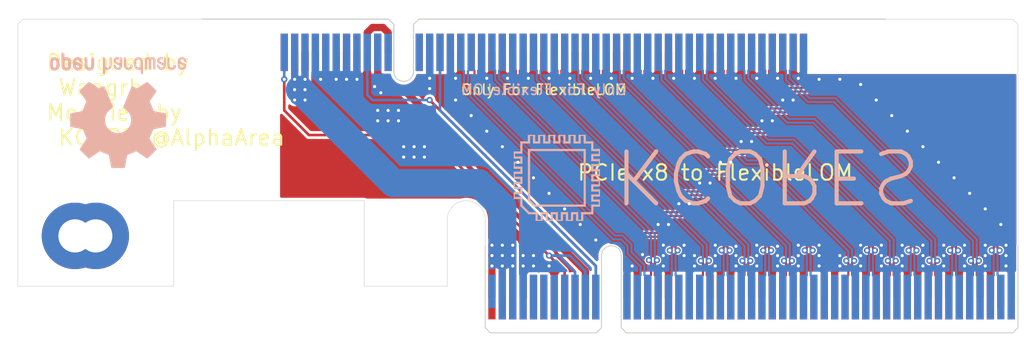
<source format=kicad_pcb>
(kicad_pcb (version 20171130) (host pcbnew "(5.1.6)-1")
  (layers (0 F.Cu signal) (31 B.Cu signal) (34 B.Paste user) (35 F.Paste user) (36 B.SilkS user) (37 F.SilkS user) (38 B.Mask user) (39 F.Mask user) (44 Edge.Cuts user))
  (net 0 "")
  (net 1 /CLK_P)
  (net 2 /RX0_N)
  (net 3 /RX0_P)
  (net 4 /CLK_N)
  (net 5 /nPERST)
  (net 6 +3V3)
  (net 7 "Net-(J1-PadA8)")
  (net 8 "Net-(J1-PadA7)")
  (net 9 "Net-(J1-PadA6)")
  (net 10 "Net-(J1-PadA5)")
  (net 11 +12V)
  (net 12 "Net-(J1-PadA1)")
  (net 13 "Net-(J1-PadB12)")
  (net 14 "Net-(J1-PadB17)")
  (net 15 /TX0_N)
  (net 16 /TX0_P)
  (net 17 /nWAKE)
  (net 18 /3V3_AUX)
  (net 19 "Net-(J1-PadB9)")
  (net 20 "Net-(J1-PadB6)")
  (net 21 "Net-(J1-PadB5)")
  (net 22 "Net-(J1-PadB30)")
  (net 23 "Net-(J1-PadB31)")
  (net 24 "Net-(J1-PadA19)")
  (net 25 "Net-(J1-PadA32)")
  (net 26 "Net-(J1-PadB48)")
  (net 27 "Net-(J1-PadA33)")
  (net 28 "Net-(J2-PadB49)")
  (net 29 "Net-(J2-PadB15)")
  (net 30 "Net-(J2-PadB14)")
  (net 31 "Net-(J2-PadB12)")
  (net 32 "Net-(J2-PadB8)")
  (net 33 "Net-(J2-PadB7)")
  (net 34 "Net-(J2-PadB1)")
  (net 35 "Net-(J2-PadA12)")
  (net 36 /TX1_P)
  (net 37 /TX1_N)
  (net 38 /RX1_P)
  (net 39 /RX1_N)
  (net 40 GND)
  (net 41 /RX7_N)
  (net 42 /RX7_P)
  (net 43 /RX6_N)
  (net 44 /RX6_P)
  (net 45 /TX2_P)
  (net 46 /TX2_N)
  (net 47 /TX3_P)
  (net 48 /TX3_N)
  (net 49 /RX2_P)
  (net 50 /RX2_N)
  (net 51 /RX3_P)
  (net 52 /RX3_N)
  (net 53 /TX4_P)
  (net 54 /TX4_N)
  (net 55 /TX5_P)
  (net 56 /TX5_N)
  (net 57 /TX6_P)
  (net 58 /TX6_N)
  (net 59 /TX7_P)
  (net 60 /TX7_N)
  (net 61 /RX4_P)
  (net 62 /RX4_N)
  (net 63 /RX5_P)
  (net 64 /RX5_N)
  (net 65 /NCSI_RX1)
  (net 66 /NCSI_RX0)
  (net 67 /SDP0_3)
  (net 68 /SDP1_3)
  (net 69 "Net-(H1-Pad1)")
  (net 70 "Net-(H2-Pad1)")
  (module Symbol:OSHW-Logo2_14.6x12mm_SilkScreen (layer B.Cu) (at 89 132)
    (fp_text reference LOGO1 hide)
    (fp_text value Logo_Open_Hardware_Large hide)
  )
  (module MountingHole:MountingHole_3.2mm_M3_Pad (layer F.Cu) (at 84.85 144.1)
    (fp_text reference H2 hide)
    (fp_text value "Corner Brace Hole")
    (pad 1 thru_hole circle (at 0 0) (size 6.4 6.4) (drill 3.2) (layers *.Cu *.Mask) (net 70 "Net-(H2-Pad1)"))
  )
  (module MountingHole:MountingHole_3.2mm_M3_Pad (layer F.Cu) (at 86.85 144.1)
    (fp_text reference H1 hide)
    (fp_text value "PCI Card Standard Hole")
    (pad 1 thru_hole circle (at 0 0) (size 6.4 6.4) (drill 3.2) (layers *.Cu *.Mask) (net 69 "Net-(H1-Pad1)"))
  )
  (module Connector_PCBEdge:BUS_PCIexpress_x8 (layer F.Cu) (at 125 150)
    (fp_text reference J1 hide)
    (fp_text value PCIe_x8)
    (fp_arc (start 11.5 -4) (end 12.45 -4) (angle -180) (layer Edge.Cuts) (width 0.1))
    (fp_line (start 10.55 -4) (end 10.55 2.95) (layer Edge.Cuts) (width 0.1))
    (fp_line (start 12.45 -4) (end 12.45 2.95) (layer Edge.Cuts) (width 0.1))
    (fp_line (start -0.65 -4.95) (end -0.65 2.95) (layer Edge.Cuts) (width 0.1))
    (fp_line (start -0.15 3.45) (end 10.05 3.45) (layer Edge.Cuts) (width 0.1))
    (fp_line (start 50.65 -4.95) (end 50.65 2.95) (layer Edge.Cuts) (width 0.1))
    (fp_line (start 12.95 3.45) (end 50.15 3.45) (layer Edge.Cuts) (width 0.1))
    (fp_line (start -0.65 2.95) (end -0.15 3.45) (layer Edge.Cuts) (width 0.1))
    (fp_line (start 10.55 2.95) (end 10.05 3.45) (layer Edge.Cuts) (width 0.1))
    (fp_line (start 12.45 2.95) (end 12.95 3.45) (layer Edge.Cuts) (width 0.1))
    (fp_line (start 50.65 2.95) (end 50.15 3.45) (layer Edge.Cuts) (width 0.1))
    (pad A49 connect rect (at 50 0) (size 0.7 4.3) (layers B.Cu B.Mask) (net 40 GND))
    (pad A48 connect rect (at 49 0) (size 0.7 4.3) (layers B.Cu B.Mask) (net 41 /RX7_N))
    (pad A47 connect rect (at 48 0) (size 0.7 4.3) (layers B.Cu B.Mask) (net 42 /RX7_P))
    (pad A46 connect rect (at 47 0) (size 0.7 4.3) (layers B.Cu B.Mask) (net 40 GND))
    (pad A45 connect rect (at 46 0) (size 0.7 4.3) (layers B.Cu B.Mask) (net 40 GND))
    (pad A44 connect rect (at 45 0) (size 0.7 4.3) (layers B.Cu B.Mask) (net 43 /RX6_N))
    (pad A43 connect rect (at 44 0) (size 0.7 4.3) (layers B.Cu B.Mask) (net 44 /RX6_P))
    (pad A42 connect rect (at 43 0) (size 0.7 4.3) (layers B.Cu B.Mask) (net 40 GND))
    (pad A13 connect rect (at 14 0) (size 0.7 4.3) (layers B.Cu B.Mask) (net 1 /CLK_P))
    (pad A12 connect rect (at 13 0) (size 0.7 4.3) (layers B.Cu B.Mask) (net 40 GND))
    (pad A18 connect rect (at 19 0) (size 0.7 4.3) (layers B.Cu B.Mask) (net 40 GND))
    (pad A17 connect rect (at 18 0) (size 0.7 4.3) (layers B.Cu B.Mask) (net 2 /RX0_N))
    (pad A16 connect rect (at 17 0) (size 0.7 4.3) (layers B.Cu B.Mask) (net 3 /RX0_P))
    (pad A15 connect rect (at 16 0) (size 0.7 4.3) (layers B.Cu B.Mask) (net 40 GND))
    (pad A14 connect rect (at 15 0) (size 0.7 4.3) (layers B.Cu B.Mask) (net 4 /CLK_N))
    (pad A11 connect rect (at 10 0) (size 0.7 4.3) (layers B.Cu B.Mask) (net 5 /nPERST))
    (pad A10 connect rect (at 9 0) (size 0.7 4.3) (layers B.Cu B.Mask) (net 6 +3V3))
    (pad A9 connect rect (at 8 0) (size 0.7 4.3) (layers B.Cu B.Mask) (net 6 +3V3))
    (pad A8 connect rect (at 7 0) (size 0.7 4.3) (layers B.Cu B.Mask) (net 7 "Net-(J1-PadA8)"))
    (pad A7 connect rect (at 6 0) (size 0.7 4.3) (layers B.Cu B.Mask) (net 8 "Net-(J1-PadA7)"))
    (pad A6 connect rect (at 5 0) (size 0.7 4.3) (layers B.Cu B.Mask) (net 9 "Net-(J1-PadA6)"))
    (pad A5 connect rect (at 4 0) (size 0.7 4.3) (layers B.Cu B.Mask) (net 10 "Net-(J1-PadA5)"))
    (pad A4 connect rect (at 3 0) (size 0.7 4.3) (layers B.Cu B.Mask) (net 40 GND))
    (pad A3 connect rect (at 2 0) (size 0.7 4.3) (layers B.Cu B.Mask) (net 11 +12V))
    (pad A2 connect rect (at 1 0) (size 0.7 4.3) (layers B.Cu B.Mask) (net 11 +12V))
    (pad A1 connect rect (at 0 -0.55) (size 0.7 3.2) (layers B.Cu B.Mask) (net 12 "Net-(J1-PadA1)"))
    (pad B13 connect rect (at 14 0) (size 0.7 4.3) (layers F.Cu F.Mask) (net 40 GND))
    (pad B12 connect rect (at 13 0) (size 0.7 4.3) (layers F.Cu F.Mask) (net 13 "Net-(J1-PadB12)"))
    (pad B18 connect rect (at 19 0) (size 0.7 4.3) (layers F.Cu F.Mask) (net 40 GND))
    (pad B17 connect rect (at 18 0) (size 0.7 4.3) (layers F.Cu F.Mask) (net 14 "Net-(J1-PadB17)"))
    (pad B16 connect rect (at 17 0) (size 0.7 4.3) (layers F.Cu F.Mask) (net 40 GND))
    (pad B15 connect rect (at 16 0) (size 0.7 4.3) (layers F.Cu F.Mask) (net 15 /TX0_N))
    (pad B14 connect rect (at 15 0) (size 0.7 4.3) (layers F.Cu F.Mask) (net 16 /TX0_P))
    (pad B11 connect rect (at 10 0) (size 0.7 4.3) (layers F.Cu F.Mask) (net 17 /nWAKE))
    (pad B10 connect rect (at 9 0) (size 0.7 4.3) (layers F.Cu F.Mask) (net 18 /3V3_AUX))
    (pad B9 connect rect (at 8 0) (size 0.7 4.3) (layers F.Cu F.Mask) (net 19 "Net-(J1-PadB9)"))
    (pad B8 connect rect (at 7 0) (size 0.7 4.3) (layers F.Cu F.Mask) (net 6 +3V3))
    (pad B7 connect rect (at 6 0) (size 0.7 4.3) (layers F.Cu F.Mask) (net 40 GND))
    (pad B6 connect rect (at 5 0) (size 0.7 4.3) (layers F.Cu F.Mask) (net 20 "Net-(J1-PadB6)"))
    (pad B5 connect rect (at 4 0) (size 0.7 4.3) (layers F.Cu F.Mask) (net 21 "Net-(J1-PadB5)"))
    (pad B4 connect rect (at 3 0) (size 0.7 4.3) (layers F.Cu F.Mask) (net 40 GND))
    (pad B3 connect rect (at 2 0) (size 0.7 4.3) (layers F.Cu F.Mask) (net 11 +12V))
    (pad B2 connect rect (at 1 0) (size 0.7 4.3) (layers F.Cu F.Mask) (net 11 +12V))
    (pad B1 connect rect (at 0 0) (size 0.7 4.3) (layers F.Cu F.Mask) (net 11 +12V))
    (pad B19 connect rect (at 20 0) (size 0.7 4.3) (layers F.Cu F.Mask) (net 36 /TX1_P))
    (pad B20 connect rect (at 21 0) (size 0.7 4.3) (layers F.Cu F.Mask) (net 37 /TX1_N))
    (pad B21 connect rect (at 22 0) (size 0.7 4.3) (layers F.Cu F.Mask) (net 40 GND))
    (pad B22 connect rect (at 23 0) (size 0.7 4.3) (layers F.Cu F.Mask) (net 40 GND))
    (pad B23 connect rect (at 24 0) (size 0.7 4.3) (layers F.Cu F.Mask) (net 45 /TX2_P))
    (pad B24 connect rect (at 25 0) (size 0.7 4.3) (layers F.Cu F.Mask) (net 46 /TX2_N))
    (pad B25 connect rect (at 26 0) (size 0.7 4.3) (layers F.Cu F.Mask) (net 40 GND))
    (pad B26 connect rect (at 27 0) (size 0.7 4.3) (layers F.Cu F.Mask) (net 40 GND))
    (pad B27 connect rect (at 28 0) (size 0.7 4.3) (layers F.Cu F.Mask) (net 47 /TX3_P))
    (pad B28 connect rect (at 29 0) (size 0.7 4.3) (layers F.Cu F.Mask) (net 48 /TX3_N))
    (pad B29 connect rect (at 30 0) (size 0.7 4.3) (layers F.Cu F.Mask) (net 40 GND))
    (pad B30 connect rect (at 31 0) (size 0.7 4.3) (layers F.Cu F.Mask) (net 22 "Net-(J1-PadB30)"))
    (pad B31 connect rect (at 32 0) (size 0.7 4.3) (layers F.Cu F.Mask) (net 23 "Net-(J1-PadB31)"))
    (pad B32 connect rect (at 33 0) (size 0.7 4.3) (layers F.Cu F.Mask) (net 40 GND))
    (pad A19 connect rect (at 20 0) (size 0.7 4.3) (layers B.Cu B.Mask) (net 24 "Net-(J1-PadA19)"))
    (pad A20 connect rect (at 21 0) (size 0.7 4.3) (layers B.Cu B.Mask) (net 40 GND))
    (pad A21 connect rect (at 22 0) (size 0.7 4.3) (layers B.Cu B.Mask) (net 38 /RX1_P))
    (pad A22 connect rect (at 23 0) (size 0.7 4.3) (layers B.Cu B.Mask) (net 39 /RX1_N))
    (pad A23 connect rect (at 24 0) (size 0.7 4.3) (layers B.Cu B.Mask) (net 40 GND))
    (pad A24 connect rect (at 25 0) (size 0.7 4.3) (layers B.Cu B.Mask) (net 40 GND))
    (pad A25 connect rect (at 26 0) (size 0.7 4.3) (layers B.Cu B.Mask) (net 49 /RX2_P))
    (pad A26 connect rect (at 27 0) (size 0.7 4.3) (layers B.Cu B.Mask) (net 50 /RX2_N))
    (pad A27 connect rect (at 28 0) (size 0.7 4.3) (layers B.Cu B.Mask) (net 40 GND))
    (pad A28 connect rect (at 29 0) (size 0.7 4.3) (layers B.Cu B.Mask) (net 40 GND))
    (pad A29 connect rect (at 30 0) (size 0.7 4.3) (layers B.Cu B.Mask) (net 51 /RX3_P))
    (pad A30 connect rect (at 31 0) (size 0.7 4.3) (layers B.Cu B.Mask) (net 52 /RX3_N))
    (pad A31 connect rect (at 32 0) (size 0.7 4.3) (layers B.Cu B.Mask) (net 40 GND))
    (pad A32 connect rect (at 33 0) (size 0.7 4.3) (layers B.Cu B.Mask) (net 25 "Net-(J1-PadA32)"))
    (pad B33 connect rect (at 34 0) (size 0.7 4.3) (layers F.Cu F.Mask) (net 53 /TX4_P))
    (pad B34 connect rect (at 35 0) (size 0.7 4.3) (layers F.Cu F.Mask) (net 54 /TX4_N))
    (pad B35 connect rect (at 36 0) (size 0.7 4.3) (layers F.Cu F.Mask) (net 40 GND))
    (pad B36 connect rect (at 37 0) (size 0.7 4.3) (layers F.Cu F.Mask) (net 40 GND))
    (pad B37 connect rect (at 38 0) (size 0.7 4.3) (layers F.Cu F.Mask) (net 55 /TX5_P))
    (pad B38 connect rect (at 39 0) (size 0.7 4.3) (layers F.Cu F.Mask) (net 56 /TX5_N))
    (pad B39 connect rect (at 40 0) (size 0.7 4.3) (layers F.Cu F.Mask) (net 40 GND))
    (pad B40 connect rect (at 41 0) (size 0.7 4.3) (layers F.Cu F.Mask) (net 40 GND))
    (pad B41 connect rect (at 42 0) (size 0.7 4.3) (layers F.Cu F.Mask) (net 57 /TX6_P))
    (pad B42 connect rect (at 43 0) (size 0.7 4.3) (layers F.Cu F.Mask) (net 58 /TX6_N))
    (pad B43 connect rect (at 44 0) (size 0.7 4.3) (layers F.Cu F.Mask) (net 40 GND))
    (pad B44 connect rect (at 45 0) (size 0.7 4.3) (layers F.Cu F.Mask) (net 40 GND))
    (pad B45 connect rect (at 46 0) (size 0.7 4.3) (layers F.Cu F.Mask) (net 59 /TX7_P))
    (pad B46 connect rect (at 47 0) (size 0.7 4.3) (layers F.Cu F.Mask) (net 60 /TX7_N))
    (pad B47 connect rect (at 48 0) (size 0.7 4.3) (layers F.Cu F.Mask) (net 40 GND))
    (pad B48 connect rect (at 49 -0.55) (size 0.7 3.2) (layers F.Cu F.Mask) (net 26 "Net-(J1-PadB48)"))
    (pad B49 connect rect (at 50 0) (size 0.7 4.3) (layers F.Cu F.Mask) (net 40 GND))
    (pad A33 connect rect (at 34 0) (size 0.7 4.3) (layers B.Cu B.Mask) (net 27 "Net-(J1-PadA33)"))
    (pad A34 connect rect (at 35 0) (size 0.7 4.3) (layers B.Cu B.Mask) (net 40 GND))
    (pad A35 connect rect (at 36 0) (size 0.7 4.3) (layers B.Cu B.Mask) (net 61 /RX4_P))
    (pad A36 connect rect (at 37 0) (size 0.7 4.3) (layers B.Cu B.Mask) (net 62 /RX4_N))
    (pad A37 connect rect (at 38 0) (size 0.7 4.3) (layers B.Cu B.Mask) (net 40 GND))
    (pad A38 connect rect (at 39 0) (size 0.7 4.3) (layers B.Cu B.Mask) (net 40 GND))
    (pad A39 connect rect (at 40 0) (size 0.7 4.3) (layers B.Cu B.Mask) (net 63 /RX5_P))
    (pad A40 connect rect (at 41 0) (size 0.7 4.3) (layers B.Cu B.Mask) (net 64 /RX5_N))
    (pad A41 connect rect (at 42 0) (size 0.7 4.3) (layers B.Cu B.Mask) (net 40 GND))
  )
  (module KCORES-FlexibleLOM-Adapter:KCORES_8.3mm (layer B.Cu) (at 131.25 138.5)
    (fp_text reference G*** hide)
    (fp_text value LOGO hide)
  )
  (module KCORES-FlexibleLOM-Adapter:BUS_PCIexpress_x8_Straddle_Mount_Modify (layer B.Cu) (at 116.5 123.2)
    (fp_text reference J2 hide)
    (fp_text value HPE_FlexibleLOM)
    (fp_arc (start 0 5.05) (end -0.95 5.05) (angle -180) (layer Edge.Cuts) (width 0.12))
    (fp_line (start -19.4 0) (end -1.45 0) (layer Edge.Cuts) (width 0.12))
    (fp_line (start -0.95 0.5) (end -0.95 5.05) (layer Edge.Cuts) (width 0.12))
    (fp_line (start 1.45 0) (end 46.4 0) (layer Edge.Cuts) (width 0.12))
    (fp_line (start -1.45 0) (end -0.95 0.5) (layer Edge.Cuts) (width 0.12))
    (fp_line (start 0.95 0.5) (end 0.95 5.05) (layer Edge.Cuts) (width 0.12))
    (fp_line (start 0.95 0.5) (end 1.45 0) (layer Edge.Cuts) (width 0.12))
    (pad B49 smd rect (at 38.5 3.2) (size 0.7 3.6) (layers F.Cu F.Paste F.Mask) (net 28 "Net-(J2-PadB49)"))
    (pad B48 smd rect (at 37.5 3.2) (size 0.7 3.6) (layers F.Cu F.Paste F.Mask) (net 40 GND))
    (pad B47 smd rect (at 36.5 3.2) (size 0.7 3.6) (layers F.Cu F.Paste F.Mask) (net 40 GND))
    (pad B46 smd rect (at 35.5 3.2) (size 0.7 3.6) (layers F.Cu F.Paste F.Mask) (net 41 /RX7_N))
    (pad B45 smd rect (at 34.5 3.2) (size 0.7 3.6) (layers F.Cu F.Paste F.Mask) (net 42 /RX7_P))
    (pad B44 smd rect (at 33.5 3.2) (size 0.7 3.6) (layers F.Cu F.Paste F.Mask) (net 40 GND))
    (pad B43 smd rect (at 32.5 3.2) (size 0.7 3.6) (layers F.Cu F.Paste F.Mask) (net 40 GND))
    (pad B42 smd rect (at 31.5 3.2) (size 0.7 3.6) (layers F.Cu F.Paste F.Mask) (net 43 /RX6_N))
    (pad B41 smd rect (at 30.5 3.2) (size 0.7 3.6) (layers F.Cu F.Paste F.Mask) (net 44 /RX6_P))
    (pad B40 smd rect (at 29.5 3.2) (size 0.7 3.6) (layers F.Cu F.Paste F.Mask) (net 40 GND))
    (pad B39 smd rect (at 28.5 3.2) (size 0.7 3.6) (layers F.Cu F.Paste F.Mask) (net 40 GND))
    (pad B38 smd rect (at 27.5 3.2) (size 0.7 3.6) (layers F.Cu F.Paste F.Mask) (net 64 /RX5_N))
    (pad B37 smd rect (at 26.5 3.2) (size 0.7 3.6) (layers F.Cu F.Paste F.Mask) (net 63 /RX5_P))
    (pad B36 smd rect (at 25.5 3.2) (size 0.7 3.6) (layers F.Cu F.Paste F.Mask) (net 40 GND))
    (pad B35 smd rect (at 24.5 3.2) (size 0.7 3.6) (layers F.Cu F.Paste F.Mask) (net 40 GND))
    (pad B34 smd rect (at 23.5 3.2) (size 0.7 3.6) (layers F.Cu F.Paste F.Mask) (net 62 /RX4_N))
    (pad B33 smd rect (at 22.5 3.2) (size 0.7 3.6) (layers F.Cu F.Paste F.Mask) (net 61 /RX4_P))
    (pad B32 smd rect (at 21.5 3.2) (size 0.7 3.6) (layers F.Cu F.Paste F.Mask) (net 40 GND))
    (pad B31 smd rect (at 20.5 3.2) (size 0.7 3.6) (layers F.Cu F.Paste F.Mask) (net 40 GND))
    (pad B30 smd rect (at 19.5 3.2) (size 0.7 3.6) (layers F.Cu F.Paste F.Mask) (net 52 /RX3_N))
    (pad B29 smd rect (at 18.5 3.2) (size 0.7 3.6) (layers F.Cu F.Paste F.Mask) (net 51 /RX3_P))
    (pad B28 smd rect (at 17.5 3.2) (size 0.7 3.6) (layers F.Cu F.Paste F.Mask) (net 40 GND))
    (pad B27 smd rect (at 16.5 3.2) (size 0.7 3.6) (layers F.Cu F.Paste F.Mask) (net 40 GND))
    (pad B26 smd rect (at 15.5 3.2) (size 0.7 3.6) (layers F.Cu F.Paste F.Mask) (net 50 /RX2_N))
    (pad B25 smd rect (at 14.5 3.2) (size 0.7 3.6) (layers F.Cu F.Paste F.Mask) (net 49 /RX2_P))
    (pad B24 smd rect (at 13.5 3.2) (size 0.7 3.6) (layers F.Cu F.Paste F.Mask) (net 40 GND))
    (pad B23 smd rect (at 12.5 3.2) (size 0.7 3.6) (layers F.Cu F.Paste F.Mask) (net 40 GND))
    (pad B22 smd rect (at 11.5 3.2) (size 0.7 3.6) (layers F.Cu F.Paste F.Mask) (net 39 /RX1_N))
    (pad B21 smd rect (at 10.5 3.2) (size 0.7 3.6) (layers F.Cu F.Paste F.Mask) (net 38 /RX1_P))
    (pad B20 smd rect (at 9.5 3.2) (size 0.7 3.6) (layers F.Cu F.Paste F.Mask) (net 40 GND))
    (pad B19 smd rect (at 8.5 3.2) (size 0.7 3.6) (layers F.Cu F.Paste F.Mask) (net 40 GND))
    (pad B18 smd rect (at 7.5 3.2) (size 0.7 3.6) (layers F.Cu F.Paste F.Mask) (net 2 /RX0_N))
    (pad B17 smd rect (at 6.5 3.2) (size 0.7 3.6) (layers F.Cu F.Paste F.Mask) (net 3 /RX0_P))
    (pad B16 smd rect (at 5.5 3.2) (size 0.7 3.6) (layers F.Cu F.Paste F.Mask) (net 40 GND))
    (pad B15 smd rect (at 4.5 3.2) (size 0.7 3.6) (layers F.Cu F.Paste F.Mask) (net 29 "Net-(J2-PadB15)"))
    (pad B14 smd rect (at 3.5 3.2) (size 0.7 3.6) (layers F.Cu F.Paste F.Mask) (net 30 "Net-(J2-PadB14)"))
    (pad B13 smd rect (at 2.5 3.2) (size 0.7 3.6) (layers F.Cu F.Paste F.Mask) (net 40 GND))
    (pad B12 smd rect (at 1.5 3.2) (size 0.7 3.6) (layers F.Cu F.Paste F.Mask) (net 31 "Net-(J2-PadB12)"))
    (pad B11 smd rect (at -1.5 3.2) (size 0.7 3.6) (layers F.Cu F.Paste F.Mask) (net 40 GND))
    (pad B10 smd rect (at -2.5 3.2) (size 0.7 3.6) (layers F.Cu F.Paste F.Mask) (net 18 /3V3_AUX))
    (pad B9 smd rect (at -3.5 3.2) (size 0.7 3.6) (layers F.Cu F.Paste F.Mask) (net 40 GND))
    (pad B8 smd rect (at -4.5 3.2) (size 0.7 3.6) (layers F.Cu F.Paste F.Mask) (net 32 "Net-(J2-PadB8)"))
    (pad B7 smd rect (at -5.5 3.2) (size 0.7 3.6) (layers F.Cu F.Paste F.Mask) (net 33 "Net-(J2-PadB7)"))
    (pad B6 smd rect (at -6.5 3.2) (size 0.7 3.6) (layers F.Cu F.Paste F.Mask) (net 40 GND))
    (pad B5 smd rect (at -7.5 3.2) (size 0.7 3.6) (layers F.Cu F.Paste F.Mask) (net 65 /NCSI_RX1))
    (pad B4 smd rect (at -8.5 3.2) (size 0.7 3.6) (layers F.Cu F.Paste F.Mask) (net 66 /NCSI_RX0))
    (pad B3 smd rect (at -9.5 3.2) (size 0.7 3.6) (layers F.Cu F.Paste F.Mask) (net 11 +12V))
    (pad B2 smd rect (at -10.5 3.2) (size 0.7 3.6) (layers F.Cu F.Paste F.Mask) (net 11 +12V))
    (pad B1 smd rect (at -11.5 3.2) (size 0.7 3.6) (layers F.Cu F.Paste F.Mask) (net 34 "Net-(J2-PadB1)"))
    (pad A49 smd rect (at 38.5 3.2) (size 0.7 3.6) (layers B.Cu B.Paste B.Mask) (net 40 GND))
    (pad A48 smd rect (at 37.5 3.2) (size 0.7 3.6) (layers B.Cu B.Paste B.Mask) (net 60 /TX7_N))
    (pad A47 smd rect (at 36.5 3.2) (size 0.7 3.6) (layers B.Cu B.Paste B.Mask) (net 59 /TX7_P))
    (pad A46 smd rect (at 35.5 3.2) (size 0.7 3.6) (layers B.Cu B.Paste B.Mask) (net 40 GND))
    (pad A45 smd rect (at 34.5 3.2) (size 0.7 3.6) (layers B.Cu B.Paste B.Mask) (net 40 GND))
    (pad A44 smd rect (at 33.5 3.2) (size 0.7 3.6) (layers B.Cu B.Paste B.Mask) (net 58 /TX6_N))
    (pad A43 smd rect (at 32.5 3.2) (size 0.7 3.6) (layers B.Cu B.Paste B.Mask) (net 57 /TX6_P))
    (pad A42 smd rect (at 31.5 3.2) (size 0.7 3.6) (layers B.Cu B.Paste B.Mask) (net 40 GND))
    (pad A41 smd rect (at 30.5 3.2) (size 0.7 3.6) (layers B.Cu B.Paste B.Mask) (net 40 GND))
    (pad A40 smd rect (at 29.5 3.2) (size 0.7 3.6) (layers B.Cu B.Paste B.Mask) (net 56 /TX5_N))
    (pad A39 smd rect (at 28.5 3.2) (size 0.7 3.6) (layers B.Cu B.Paste B.Mask) (net 55 /TX5_P))
    (pad A38 smd rect (at 27.5 3.2) (size 0.7 3.6) (layers B.Cu B.Paste B.Mask) (net 40 GND))
    (pad A37 smd rect (at 26.5 3.2) (size 0.7 3.6) (layers B.Cu B.Paste B.Mask) (net 40 GND))
    (pad A36 smd rect (at 25.5 3.2) (size 0.7 3.6) (layers B.Cu B.Paste B.Mask) (net 54 /TX4_N))
    (pad A35 smd rect (at 24.5 3.2) (size 0.7 3.6) (layers B.Cu B.Paste B.Mask) (net 53 /TX4_P))
    (pad A34 smd rect (at 23.5 3.2) (size 0.7 3.6) (layers B.Cu B.Paste B.Mask) (net 40 GND))
    (pad A33 smd rect (at 22.5 3.2) (size 0.7 3.6) (layers B.Cu B.Paste B.Mask) (net 40 GND))
    (pad A32 smd rect (at 21.5 3.2) (size 0.7 3.6) (layers B.Cu B.Paste B.Mask) (net 48 /TX3_N))
    (pad A31 smd rect (at 20.5 3.2) (size 0.7 3.6) (layers B.Cu B.Paste B.Mask) (net 47 /TX3_P))
    (pad A30 smd rect (at 19.5 3.2) (size 0.7 3.6) (layers B.Cu B.Paste B.Mask) (net 40 GND))
    (pad A29 smd rect (at 18.5 3.2) (size 0.7 3.6) (layers B.Cu B.Paste B.Mask) (net 40 GND))
    (pad A28 smd rect (at 17.5 3.2) (size 0.7 3.6) (layers B.Cu B.Paste B.Mask) (net 46 /TX2_N))
    (pad A27 smd rect (at 16.5 3.2) (size 0.7 3.6) (layers B.Cu B.Paste B.Mask) (net 45 /TX2_P))
    (pad A26 smd rect (at 15.5 3.2) (size 0.7 3.6) (layers B.Cu B.Paste B.Mask) (net 40 GND))
    (pad A25 smd rect (at 14.5 3.2) (size 0.7 3.6) (layers B.Cu B.Paste B.Mask) (net 40 GND))
    (pad A24 smd rect (at 13.5 3.2) (size 0.7 3.6) (layers B.Cu B.Paste B.Mask) (net 37 /TX1_N))
    (pad A23 smd rect (at 12.5 3.2) (size 0.7 3.6) (layers B.Cu B.Paste B.Mask) (net 36 /TX1_P))
    (pad A22 smd rect (at 11.5 3.2) (size 0.7 3.6) (layers B.Cu B.Paste B.Mask) (net 40 GND))
    (pad A21 smd rect (at 10.5 3.2) (size 0.7 3.6) (layers B.Cu B.Paste B.Mask) (net 40 GND))
    (pad A20 smd rect (at 9.5 3.2) (size 0.7 3.6) (layers B.Cu B.Paste B.Mask) (net 15 /TX0_N))
    (pad A19 smd rect (at 8.5 3.2) (size 0.7 3.6) (layers B.Cu B.Paste B.Mask) (net 16 /TX0_P))
    (pad A18 smd rect (at 7.5 3.2) (size 0.7 3.6) (layers B.Cu B.Paste B.Mask) (net 40 GND))
    (pad A17 smd rect (at 6.5 3.2) (size 0.7 3.6) (layers B.Cu B.Paste B.Mask) (net 4 /CLK_N))
    (pad A16 smd rect (at 5.5 3.2) (size 0.7 3.6) (layers B.Cu B.Paste B.Mask) (net 1 /CLK_P))
    (pad A15 smd rect (at 4.5 3.2) (size 0.7 3.6) (layers B.Cu B.Paste B.Mask) (net 40 GND))
    (pad A14 smd rect (at 3.5 3.2) (size 0.7 3.6) (layers B.Cu B.Paste B.Mask) (net 5 /nPERST))
    (pad A13 smd rect (at 2.5 3.2) (size 0.7 3.6) (layers B.Cu B.Paste B.Mask) (net 40 GND))
    (pad A12 smd rect (at 1.5 3.2) (size 0.7 3.6) (layers B.Cu B.Paste B.Mask) (net 35 "Net-(J2-PadA12)"))
    (pad A11 smd rect (at -1.5 3.2) (size 0.7 3.6) (layers B.Cu B.Paste B.Mask) (net 67 /SDP0_3))
    (pad A10 smd rect (at -2.5 3.2) (size 0.7 3.6) (layers B.Cu B.Paste B.Mask) (net 68 /SDP1_3))
    (pad A9 smd rect (at -3.5 3.2) (size 0.7 3.6) (layers B.Cu B.Paste B.Mask) (net 17 /nWAKE))
    (pad A8 smd rect (at -4.5 3.2) (size 0.7 3.6) (layers B.Cu B.Paste B.Mask) (net 40 GND))
    (pad A7 smd rect (at -5.5 3.2) (size 0.7 3.6) (layers B.Cu B.Paste B.Mask) (net 40 GND))
    (pad A6 smd rect (at -6.5 3.2) (size 0.7 3.6) (layers B.Cu B.Paste B.Mask) (net 40 GND))
    (pad A5 smd rect (at -7.5 3.2) (size 0.7 3.6) (layers B.Cu B.Paste B.Mask) (net 40 GND))
    (pad A4 smd rect (at -8.5 3.2) (size 0.7 3.6) (layers B.Cu B.Paste B.Mask) (net 40 GND))
    (pad A3 smd rect (at -9.5 3.2) (size 0.7 3.6) (layers B.Cu B.Paste B.Mask) (net 11 +12V))
    (pad A2 smd rect (at -10.5 3.2) (size 0.7 3.6) (layers B.Cu B.Paste B.Mask) (net 11 +12V))
    (pad A1 smd rect (at -11.5 3.2) (size 0.7 3.6) (layers B.Cu B.Paste B.Mask) (net 6 +3V3))
    (pad "" np_thru_hole circle (at 43.3 2.51) (size 2 2) (drill 2) (layers *.Cu *.Mask))
    (pad "" np_thru_hole circle (at -16.3 2.51) (size 2 2) (drill 2) (layers *.Cu *.Mask))
  )
  (gr_text KCORES (at 136.5 138.25 180) (layer B.SilkS) (effects (font (size 5 5) (thickness 0.4)) (justify left mirror)))
  (gr_text "PCIe x8 to FlexibleLOM" (at 146.5 138) (layer F.SilkS) (effects (font (size 1.5 1.5) (thickness 0.2))))
  (gr_text "Only For FlexibleLOM" (at 130 130) (layer B.SilkS) (effects (font (size 1 1)) (justify mirror)))
  (gr_text "Only For FlexibleLOM" (at 130 130) (layer F.SilkS) (effects (font (size 1 1))))
  (gr_text "Designed by\n Wangrb\nModified by\n KCORES@AlphaArea" (at 82 131) (layer F.SilkS) (effects (font (size 1.5 1.5) (thickness 0.2)) (justify left)))
  (gr_line (start 175.15 123.2) (end 175.65 123.7) (layer Edge.Cuts) (width 0.05))
  (gr_line (start 175.15 123.2) (end 162.9 123.2) (layer Edge.Cuts) (width 0.05))
  (gr_line (start 175.65 145.05) (end 175.65 123.7) (layer Edge.Cuts) (width 0.05))
  (gr_line (start 79.85 123.2) (end 79.35 123.7) (layer Edge.Cuts) (width 0.05))
  (gr_line (start 97.1 123.2) (end 79.85 123.2) (layer Edge.Cuts) (width 0.05))
  (gr_line (start 124.35 142.525) (end 124.35 145.05) (layer Edge.Cuts) (width 0.05))
  (gr_line (start 79.35 148.95) (end 79.35 123.7) (layer Edge.Cuts) (width 0.05))
  (gr_line (start 94.35 148.95) (end 79.35 148.95) (layer Edge.Cuts) (width 0.05))
  (gr_line (start 94.35 140.7) (end 94.35 148.95) (layer Edge.Cuts) (width 0.05))
  (gr_line (start 112.7 140.7) (end 94.35 140.7) (layer Edge.Cuts) (width 0.05))
  (gr_line (start 112.7 148.95) (end 112.7 140.7) (layer Edge.Cuts) (width 0.05))
  (gr_line (start 120.7 148.95) (end 112.7 148.95) (layer Edge.Cuts) (width 0.05))
  (gr_line (start 120.7 142.525) (end 120.7 148.95) (layer Edge.Cuts) (width 0.05))
  (gr_arc (start 122.525 142.525) (end 124.35 142.525) (angle -180) (layer Edge.Cuts) (width 0.05))
  (segment (start 122.314834 130.0767) (end 122.314834 128.2) (width 0.20828) (layer B.Cu) (net 1))
  (segment (start 122 127.885166) (end 122 126.4) (width 0.20828) (layer B.Cu) (net 1))
  (segment (start 122.314834 128.2) (end 122 127.885166) (width 0.20828) (layer B.Cu) (net 1))
  (segment (start 139 148.2) (end 139.314834 147.885166) (width 0.20828) (layer B.Cu) (net 1))
  (segment (start 139 150) (end 139 148.2) (width 0.20828) (layer B.Cu) (net 1))
  (segment (start 139.314834 147.885166) (end 139.314834 147.06855) (width 0.20828) (layer B.Cu) (net 1))
  (segment (start 122.314834 130.0767) (end 136.6733 144.435166) (width 0.20828) (layer B.Cu) (net 1))
  (segment (start 136.6733 144.435166) (end 137.4233 144.435166) (width 0.20828) (layer B.Cu) (net 1))
  (segment (start 137.4233 144.435166) (end 138.064834 145.0767) (width 0.20828) (layer B.Cu) (net 1))
  (segment (start 138.064834 145.0767) (end 138.064834 145.81855) (width 0.20828) (layer B.Cu) (net 1))
  (segment (start 138.064834 145.81855) (end 139.314834 147.06855) (width 0.20828) (layer B.Cu) (net 1))
  (via (at 142.881026 145.5) (size 0.6) (drill 0.3) (layers F.Cu B.Cu) (net 2))
  (segment (start 142.881026 145.5) (end 142.685166 145.30414) (width 0.20828) (layer F.Cu) (net 2))
  (segment (start 142.685166 145.30414) (end 142.685166 144.4233) (width 0.20828) (layer F.Cu) (net 2))
  (segment (start 142.685166 144.4233) (end 142.0767 143.814834) (width 0.20828) (layer F.Cu) (net 2))
  (segment (start 142.0767 143.814834) (end 138.5767 143.814834) (width 0.20828) (layer F.Cu) (net 2))
  (segment (start 124 127.85) (end 124 126.4) (width 0.20828) (layer F.Cu) (net 2))
  (segment (start 123.685166 128.164834) (end 124 127.85) (width 0.20828) (layer F.Cu) (net 2))
  (segment (start 123.685166 128.9233) (end 123.685166 128.164834) (width 0.20828) (layer F.Cu) (net 2))
  (segment (start 138.5767 143.814834) (end 123.685166 128.9233) (width 0.20828) (layer F.Cu) (net 2))
  (segment (start 142.685166 145.69586) (end 142.881026 145.5) (width 0.20828) (layer B.Cu) (net 2))
  (segment (start 142.685166 147.9) (end 142.685166 145.69586) (width 0.20828) (layer B.Cu) (net 2))
  (segment (start 143 150) (end 143 148.214834) (width 0.20828) (layer B.Cu) (net 2))
  (segment (start 143 148.214834) (end 142.685166 147.9) (width 0.20828) (layer B.Cu) (net 2))
  (via (at 142.118974 145.5) (size 0.6) (drill 0.3) (layers F.Cu B.Cu) (net 3))
  (segment (start 142.118974 145.5) (end 142.314834 145.30414) (width 0.20828) (layer F.Cu) (net 3))
  (segment (start 142.314834 145.30414) (end 142.314834 144.5767) (width 0.20828) (layer F.Cu) (net 3))
  (segment (start 142.314834 144.5767) (end 141.9233 144.185166) (width 0.20828) (layer F.Cu) (net 3))
  (segment (start 141.9233 144.185166) (end 138.4233 144.185166) (width 0.20828) (layer F.Cu) (net 3))
  (segment (start 123.314834 129.0767) (end 123.314834 128.164834) (width 0.20828) (layer F.Cu) (net 3))
  (segment (start 123.314834 128.164834) (end 123 127.85) (width 0.20828) (layer F.Cu) (net 3))
  (segment (start 138.4233 144.185166) (end 123.314834 129.0767) (width 0.20828) (layer F.Cu) (net 3))
  (segment (start 123 127.85) (end 123 126.4) (width 0.20828) (layer F.Cu) (net 3))
  (segment (start 142.314834 145.69586) (end 142.118974 145.5) (width 0.20828) (layer B.Cu) (net 3))
  (segment (start 142.314834 147.9) (end 142.314834 145.69586) (width 0.20828) (layer B.Cu) (net 3))
  (segment (start 142 150) (end 142 148.214834) (width 0.20828) (layer B.Cu) (net 3))
  (segment (start 142 148.214834) (end 142.314834 147.9) (width 0.20828) (layer B.Cu) (net 3))
  (segment (start 122.685166 128.214834) (end 123 127.9) (width 0.20828) (layer B.Cu) (net 4))
  (segment (start 123 127.9) (end 123 126.4) (width 0.20828) (layer B.Cu) (net 4))
  (segment (start 122.685166 129.923301) (end 122.685166 128.214834) (width 0.20828) (layer B.Cu) (net 4))
  (segment (start 139.685166 147.885166) (end 139.685166 146.91515) (width 0.20828) (layer B.Cu) (net 4))
  (segment (start 140 150) (end 140 148.2) (width 0.20828) (layer B.Cu) (net 4))
  (segment (start 140 148.2) (end 139.685166 147.885166) (width 0.20828) (layer B.Cu) (net 4))
  (segment (start 122.685166 129.923301) (end 136.826699 144.064834) (width 0.20828) (layer B.Cu) (net 4))
  (segment (start 136.826699 144.064834) (end 137.5767 144.064834) (width 0.20828) (layer B.Cu) (net 4))
  (segment (start 137.5767 144.064834) (end 138.435166 144.9233) (width 0.20828) (layer B.Cu) (net 4))
  (segment (start 138.435166 145.66515) (end 139.685166 146.91515) (width 0.20828) (layer B.Cu) (net 4))
  (segment (start 138.435166 144.9233) (end 138.435166 145.66515) (width 0.20828) (layer B.Cu) (net 4))
  (segment (start 135 150) (end 135 147) (width 0.254) (layer B.Cu) (net 5))
  (segment (start 120 132) (end 120 126.4) (width 0.254) (layer B.Cu) (net 5))
  (segment (start 135 147) (end 120 132) (width 0.254) (layer B.Cu) (net 5))
  (segment (start 132 147.5) (end 132 150) (width 0.254) (layer F.Cu) (net 6))
  (segment (start 130.5 146) (end 132 147.5) (width 0.254) (layer F.Cu) (net 6))
  (via (at 130.5 146) (size 0.6) (drill 0.3) (layers F.Cu B.Cu) (net 6))
  (segment (start 132.5 146) (end 130.5 146) (width 0.254) (layer B.Cu) (net 6))
  (segment (start 134 150) (end 134 147.5) (width 0.254) (layer B.Cu) (net 6))
  (segment (start 134 147.5) (end 132.5 146) (width 0.254) (layer B.Cu) (net 6))
  (segment (start 131.404 146) (end 130.5 146) (width 0.254) (layer B.Cu) (net 6))
  (segment (start 133 147.596) (end 131.404 146) (width 0.254) (layer B.Cu) (net 6))
  (segment (start 133 150) (end 133 147.596) (width 0.254) (layer B.Cu) (net 6))
  (via (at 105 129) (size 0.6) (drill 0.3) (layers F.Cu B.Cu) (net 6))
  (segment (start 105 126.4) (end 105 129) (width 0.254) (layer B.Cu) (net 6))
  (segment (start 105 132) (end 105 129) (width 0.254) (layer F.Cu) (net 6))
  (segment (start 107.375 134.375) (end 105 132) (width 0.254) (layer F.Cu) (net 6))
  (segment (start 130.5 146) (end 118.875 134.375) (width 0.254) (layer F.Cu) (net 6))
  (segment (start 118.875 134.375) (end 107.375 134.375) (width 0.254) (layer F.Cu) (net 6))
  (via (at 125 146) (size 0.7) (drill 0.3) (layers F.Cu B.Cu) (net 11))
  (segment (start 125 150) (end 125 146) (width 0.7) (layer F.Cu) (net 11))
  (via (at 126 146) (size 0.7) (drill 0.3) (layers F.Cu B.Cu) (net 11))
  (segment (start 126 150) (end 126 146) (width 0.7) (layer B.Cu) (net 11))
  (via (at 127 146) (size 0.7) (drill 0.3) (layers F.Cu B.Cu) (net 11))
  (segment (start 127 150) (end 127 146) (width 0.7) (layer F.Cu) (net 11))
  (segment (start 127 150) (end 127 146) (width 0.7) (layer B.Cu) (net 11))
  (segment (start 126 150) (end 126 146) (width 0.7) (layer F.Cu) (net 11))
  (via (at 125 147) (size 0.7) (drill 0.3) (layers F.Cu B.Cu) (net 11))
  (via (at 126 147) (size 0.7) (drill 0.3) (layers F.Cu B.Cu) (net 11))
  (via (at 127 147) (size 0.7) (drill 0.3) (layers F.Cu B.Cu) (net 11))
  (segment (start 126 141.268574) (end 123.731426 139) (width 2.7) (layer B.Cu) (net 11))
  (segment (start 126 146) (end 126 141.268574) (width 2.7) (layer B.Cu) (net 11))
  (segment (start 123.731426 139) (end 115.5 139) (width 2.7) (layer B.Cu) (net 11))
  (via (at 106 130) (size 0.7) (drill 0.3) (layers F.Cu B.Cu) (net 11))
  (segment (start 106 126.4) (end 106 130) (width 0.7) (layer F.Cu) (net 11))
  (segment (start 106 130) (end 106 126.4) (width 0.7) (layer B.Cu) (net 11))
  (via (at 107 130) (size 0.7) (drill 0.3) (layers F.Cu B.Cu) (net 11))
  (segment (start 107 126.4) (end 107 130) (width 0.7) (layer B.Cu) (net 11))
  (segment (start 107 130) (end 107 126.4) (width 0.7) (layer F.Cu) (net 11))
  (via (at 106 129) (size 0.7) (drill 0.3) (layers F.Cu B.Cu) (net 11))
  (via (at 107 129) (size 0.7) (drill 0.3) (layers F.Cu B.Cu) (net 11))
  (segment (start 115.5 139) (end 106.5 130) (width 2.7) (layer B.Cu) (net 11))
  (via (at 106 131) (size 0.7) (drill 0.3) (layers F.Cu B.Cu) (net 11))
  (via (at 107 131) (size 0.7) (drill 0.3) (layers F.Cu B.Cu) (net 11))
  (segment (start 106 130) (end 106 131) (width 0.7) (layer F.Cu) (net 11))
  (segment (start 107 130) (end 107 131) (width 0.7) (layer F.Cu) (net 11))
  (via (at 125 145) (size 0.7) (drill 0.3) (layers F.Cu B.Cu) (net 11))
  (via (at 126 145) (size 0.7) (drill 0.3) (layers F.Cu B.Cu) (net 11))
  (via (at 127 145) (size 0.7) (drill 0.3) (layers F.Cu B.Cu) (net 11))
  (segment (start 125 146) (end 125 145) (width 0.7) (layer F.Cu) (net 11))
  (segment (start 126 146) (end 126 145) (width 0.7) (layer F.Cu) (net 11))
  (segment (start 127 146) (end 127 145) (width 0.7) (layer F.Cu) (net 11))
  (segment (start 125 147) (end 125 146) (width 0.7) (layer B.Cu) (net 11))
  (segment (start 140.685166 146.635954) (end 140.881026 146.440094) (width 0.20828) (layer F.Cu) (net 15))
  (segment (start 140.685166 147.885166) (end 140.685166 146.635954) (width 0.20828) (layer F.Cu) (net 15))
  (segment (start 141 148.2) (end 140.685166 147.885166) (width 0.20828) (layer F.Cu) (net 15))
  (segment (start 141 150) (end 141 148.2) (width 0.20828) (layer F.Cu) (net 15))
  (via (at 140.881026 146.440094) (size 0.6) (drill 0.3) (layers F.Cu B.Cu) (net 15))
  (segment (start 140.685166 146.244234) (end 140.685166 143.9233) (width 0.20828) (layer B.Cu) (net 15))
  (segment (start 140.881026 146.440094) (end 140.685166 146.244234) (width 0.20828) (layer B.Cu) (net 15))
  (segment (start 126 127.85) (end 126 126.4) (width 0.20828) (layer B.Cu) (net 15))
  (segment (start 125.685166 128.164834) (end 126 127.85) (width 0.20828) (layer B.Cu) (net 15))
  (segment (start 125.685166 128.9233) (end 125.685166 128.164834) (width 0.20828) (layer B.Cu) (net 15))
  (segment (start 140.685166 143.9233) (end 125.685166 128.9233) (width 0.20828) (layer B.Cu) (net 15))
  (segment (start 140.314834 146.635954) (end 140.118974 146.440094) (width 0.20828) (layer F.Cu) (net 16))
  (via (at 140.118974 146.440094) (size 0.6) (drill 0.3) (layers F.Cu B.Cu) (net 16))
  (segment (start 140 148.2) (end 140.314834 147.885166) (width 0.20828) (layer F.Cu) (net 16))
  (segment (start 140 150) (end 140 148.2) (width 0.20828) (layer F.Cu) (net 16))
  (segment (start 140.314834 147.885166) (end 140.314834 146.635954) (width 0.20828) (layer F.Cu) (net 16))
  (segment (start 140.118974 146.440094) (end 140.314834 146.244234) (width 0.20828) (layer B.Cu) (net 16))
  (segment (start 140.314834 146.244234) (end 140.314834 144.0767) (width 0.20828) (layer B.Cu) (net 16))
  (segment (start 125.314834 129.0767) (end 125.314834 128.164834) (width 0.20828) (layer B.Cu) (net 16))
  (segment (start 140.314834 144.0767) (end 125.314834 129.0767) (width 0.20828) (layer B.Cu) (net 16))
  (segment (start 125 127.85) (end 125 126.4) (width 0.20828) (layer B.Cu) (net 16))
  (segment (start 125.314834 128.164834) (end 125 127.85) (width 0.20828) (layer B.Cu) (net 16))
  (segment (start 135 147) (end 119 131) (width 0.254) (layer F.Cu) (net 17))
  (segment (start 135 150) (end 135 147) (width 0.254) (layer F.Cu) (net 17))
  (via (at 119 131) (size 0.6) (drill 0.3) (layers F.Cu B.Cu) (net 17))
  (segment (start 113.5 131) (end 119 131) (width 0.254) (layer B.Cu) (net 17))
  (segment (start 113 126.4) (end 113 130.5) (width 0.254) (layer B.Cu) (net 17))
  (segment (start 113 130.5) (end 113.5 131) (width 0.254) (layer B.Cu) (net 17))
  (segment (start 114 128.5) (end 114 126.4) (width 0.7) (layer F.Cu) (net 18))
  (segment (start 115.5 130) (end 114 128.5) (width 0.7) (layer F.Cu) (net 18))
  (segment (start 116.5 130) (end 115.5 130) (width 0.7) (layer F.Cu) (net 18))
  (segment (start 134 150) (end 134 147.5) (width 0.7) (layer F.Cu) (net 18))
  (segment (start 134 147.5) (end 116.5 130) (width 0.7) (layer F.Cu) (net 18))
  (segment (start 145.314834 146.69586) (end 145.118974 146.5) (width 0.20828) (layer F.Cu) (net 36))
  (via (at 145.118974 146.5) (size 0.6) (drill 0.3) (layers F.Cu B.Cu) (net 36))
  (segment (start 145 150) (end 145 148.2) (width 0.20828) (layer F.Cu) (net 36))
  (segment (start 145 148.2) (end 145.314834 147.885166) (width 0.20828) (layer F.Cu) (net 36))
  (segment (start 145.314834 147.885166) (end 145.314834 146.69586) (width 0.20828) (layer F.Cu) (net 36))
  (segment (start 145.118974 146.5) (end 145.314834 146.30414) (width 0.20828) (layer B.Cu) (net 36))
  (segment (start 145.314834 146.30414) (end 145.314834 145.0767) (width 0.20828) (layer B.Cu) (net 36))
  (segment (start 129.314834 129.0767) (end 129.314834 128.164834) (width 0.20828) (layer B.Cu) (net 36))
  (segment (start 145.314834 145.0767) (end 129.314834 129.0767) (width 0.20828) (layer B.Cu) (net 36))
  (segment (start 129.314834 128.164834) (end 129 127.85) (width 0.20828) (layer B.Cu) (net 36))
  (segment (start 129 127.85) (end 129 126.4) (width 0.20828) (layer B.Cu) (net 36))
  (segment (start 145.685166 147.885166) (end 145.685166 146.69586) (width 0.20828) (layer F.Cu) (net 37))
  (segment (start 146 150) (end 146 148.2) (width 0.20828) (layer F.Cu) (net 37))
  (segment (start 145.685166 146.69586) (end 145.881026 146.5) (width 0.20828) (layer F.Cu) (net 37))
  (segment (start 146 148.2) (end 145.685166 147.885166) (width 0.20828) (layer F.Cu) (net 37))
  (via (at 145.881026 146.5) (size 0.6) (drill 0.3) (layers F.Cu B.Cu) (net 37))
  (segment (start 145.685166 146.30414) (end 145.685166 144.9233) (width 0.20828) (layer B.Cu) (net 37))
  (segment (start 145.881026 146.5) (end 145.685166 146.30414) (width 0.20828) (layer B.Cu) (net 37))
  (segment (start 130 127.85) (end 130 126.4) (width 0.20828) (layer B.Cu) (net 37))
  (segment (start 129.685166 128.164834) (end 130 127.85) (width 0.20828) (layer B.Cu) (net 37))
  (segment (start 129.685166 128.9233) (end 129.685166 128.164834) (width 0.20828) (layer B.Cu) (net 37))
  (segment (start 145.685166 144.9233) (end 129.685166 128.9233) (width 0.20828) (layer B.Cu) (net 37))
  (via (at 147.118974 145.5) (size 0.6) (drill 0.3) (layers F.Cu B.Cu) (net 38))
  (segment (start 147.118974 145.5) (end 147.314834 145.30414) (width 0.20828) (layer F.Cu) (net 38))
  (segment (start 147.314834 145.30414) (end 147.314834 144.5767) (width 0.20828) (layer F.Cu) (net 38))
  (segment (start 147.314834 144.5767) (end 144.9233 142.185166) (width 0.20828) (layer F.Cu) (net 38))
  (segment (start 144.9233 142.185166) (end 140.4233 142.185166) (width 0.20828) (layer F.Cu) (net 38))
  (segment (start 140.4233 142.185166) (end 127.314834 129.0767) (width 0.20828) (layer F.Cu) (net 38))
  (segment (start 127.314834 129.0767) (end 127.314834 128.164834) (width 0.20828) (layer F.Cu) (net 38))
  (segment (start 127.314834 128.164834) (end 127 127.85) (width 0.20828) (layer F.Cu) (net 38))
  (segment (start 127 127.85) (end 127 126.4) (width 0.20828) (layer F.Cu) (net 38))
  (segment (start 147.314834 145.69586) (end 147.118974 145.5) (width 0.20828) (layer B.Cu) (net 38))
  (segment (start 147.314834 147.9) (end 147.314834 145.69586) (width 0.20828) (layer B.Cu) (net 38))
  (segment (start 147 150) (end 147 148.214834) (width 0.20828) (layer B.Cu) (net 38))
  (segment (start 147 148.214834) (end 147.314834 147.9) (width 0.20828) (layer B.Cu) (net 38))
  (via (at 147.881026 145.5) (size 0.6) (drill 0.3) (layers F.Cu B.Cu) (net 39))
  (segment (start 147.685166 145.30414) (end 147.685166 144.4233) (width 0.20828) (layer F.Cu) (net 39))
  (segment (start 147.881026 145.5) (end 147.685166 145.30414) (width 0.20828) (layer F.Cu) (net 39))
  (segment (start 147.685166 144.4233) (end 145.0767 141.814834) (width 0.20828) (layer F.Cu) (net 39))
  (segment (start 145.0767 141.814834) (end 140.5767 141.814834) (width 0.20828) (layer F.Cu) (net 39))
  (segment (start 127.685166 128.9233) (end 127.685166 128.164834) (width 0.20828) (layer F.Cu) (net 39))
  (segment (start 128 127.85) (end 128 126.4) (width 0.20828) (layer F.Cu) (net 39))
  (segment (start 127.685166 128.164834) (end 128 127.85) (width 0.20828) (layer F.Cu) (net 39))
  (segment (start 140.5767 141.814834) (end 127.685166 128.9233) (width 0.20828) (layer F.Cu) (net 39))
  (segment (start 147.685166 145.69586) (end 147.881026 145.5) (width 0.20828) (layer B.Cu) (net 39))
  (segment (start 148 150) (end 148 148.214834) (width 0.20828) (layer B.Cu) (net 39))
  (segment (start 147.685166 147.9) (end 147.685166 145.69586) (width 0.20828) (layer B.Cu) (net 39))
  (segment (start 148 148.214834) (end 147.685166 147.9) (width 0.20828) (layer B.Cu) (net 39))
  (via (at 174.5 146) (size 0.6) (drill 0.3) (layers F.Cu B.Cu) (net 40))
  (via (at 174.5 145) (size 0.6) (drill 0.3) (layers F.Cu B.Cu) (net 40))
  (via (at 141.5 147) (size 0.6) (drill 0.3) (layers F.Cu B.Cu) (net 40))
  (segment (start 141 147.5) (end 141 150) (width 0.7) (layer B.Cu) (net 40))
  (segment (start 141.5 147) (end 141 147.5) (width 0.7) (layer B.Cu) (net 40))
  (segment (start 142 147.5) (end 142 150) (width 0.7) (layer F.Cu) (net 40))
  (segment (start 141.5 147) (end 142 147.5) (width 0.7) (layer F.Cu) (net 40))
  (via (at 141.5 146) (size 0.6) (drill 0.3) (layers F.Cu B.Cu) (net 40))
  (via (at 141.5 145) (size 0.6) (drill 0.3) (layers F.Cu B.Cu) (net 40))
  (via (at 143.5 145) (size 0.6) (drill 0.3) (layers F.Cu B.Cu) (net 40))
  (via (at 143.5 146) (size 0.6) (drill 0.3) (layers F.Cu B.Cu) (net 40))
  (via (at 141 143) (size 0.6) (drill 0.3) (layers F.Cu B.Cu) (net 40))
  (via (at 142 143) (size 0.6) (drill 0.3) (layers F.Cu B.Cu) (net 40))
  (via (at 143 141) (size 0.6) (drill 0.3) (layers F.Cu B.Cu) (net 40))
  (via (at 144 141) (size 0.6) (drill 0.3) (layers F.Cu B.Cu) (net 40))
  (via (at 145 139) (size 0.6) (drill 0.3) (layers F.Cu B.Cu) (net 40))
  (via (at 146 139) (size 0.6) (drill 0.3) (layers F.Cu B.Cu) (net 40))
  (via (at 144.5 147) (size 0.6) (drill 0.3) (layers F.Cu B.Cu) (net 40))
  (via (at 144.5 146) (size 0.6) (drill 0.3) (layers F.Cu B.Cu) (net 40))
  (via (at 146.5 146) (size 0.6) (drill 0.3) (layers F.Cu B.Cu) (net 40))
  (via (at 146.5 147) (size 0.6) (drill 0.3) (layers F.Cu B.Cu) (net 40))
  (via (at 146.5 145) (size 0.6) (drill 0.3) (layers F.Cu B.Cu) (net 40))
  (via (at 148.5 146) (size 0.6) (drill 0.3) (layers F.Cu B.Cu) (net 40))
  (via (at 148.5 147) (size 0.6) (drill 0.3) (layers F.Cu B.Cu) (net 40))
  (via (at 150.5 146) (size 0.6) (drill 0.3) (layers F.Cu B.Cu) (net 40))
  (via (at 150.5 145) (size 0.6) (drill 0.3) (layers F.Cu B.Cu) (net 40))
  (via (at 150.5 147) (size 0.6) (drill 0.3) (layers F.Cu B.Cu) (net 40))
  (via (at 152.5 146) (size 0.6) (drill 0.3) (layers F.Cu B.Cu) (net 40))
  (via (at 152.5 147) (size 0.6) (drill 0.3) (layers F.Cu B.Cu) (net 40))
  (via (at 154.5 147) (size 0.6) (drill 0.3) (layers F.Cu B.Cu) (net 40))
  (via (at 154.5 146) (size 0.6) (drill 0.3) (layers F.Cu B.Cu) (net 40))
  (via (at 154.5 145) (size 0.6) (drill 0.3) (layers F.Cu B.Cu) (net 40))
  (via (at 156.5 145) (size 0.6) (drill 0.3) (layers F.Cu B.Cu) (net 40))
  (via (at 156.5 146) (size 0.6) (drill 0.3) (layers F.Cu B.Cu) (net 40))
  (via (at 156.5 147) (size 0.6) (drill 0.3) (layers F.Cu B.Cu) (net 40))
  (via (at 158.5 146) (size 0.6) (drill 0.3) (layers F.Cu B.Cu) (net 40))
  (via (at 158.5 147) (size 0.6) (drill 0.3) (layers F.Cu B.Cu) (net 40))
  (via (at 160.5 147) (size 0.6) (drill 0.3) (layers F.Cu B.Cu) (net 40))
  (via (at 160.5 146) (size 0.6) (drill 0.3) (layers F.Cu B.Cu) (net 40))
  (via (at 160.5 145) (size 0.6) (drill 0.3) (layers F.Cu B.Cu) (net 40))
  (via (at 162.5 145) (size 0.6) (drill 0.3) (layers F.Cu B.Cu) (net 40))
  (via (at 162.5 146) (size 0.6) (drill 0.3) (layers F.Cu B.Cu) (net 40))
  (via (at 162.5 147) (size 0.6) (drill 0.3) (layers F.Cu B.Cu) (net 40))
  (via (at 164.5 147) (size 0.6) (drill 0.3) (layers F.Cu B.Cu) (net 40))
  (via (at 164.5 146) (size 0.6) (drill 0.3) (layers F.Cu B.Cu) (net 40))
  (via (at 164.5 145) (size 0.6) (drill 0.3) (layers F.Cu B.Cu) (net 40))
  (via (at 166.5 145) (size 0.6) (drill 0.3) (layers F.Cu B.Cu) (net 40))
  (via (at 166.5 146) (size 0.6) (drill 0.3) (layers F.Cu B.Cu) (net 40))
  (via (at 166.5 147) (size 0.6) (drill 0.3) (layers F.Cu B.Cu) (net 40))
  (via (at 168.5 147) (size 0.6) (drill 0.3) (layers F.Cu B.Cu) (net 40))
  (via (at 168.5 146) (size 0.6) (drill 0.3) (layers F.Cu B.Cu) (net 40))
  (via (at 168.5 145) (size 0.6) (drill 0.3) (layers F.Cu B.Cu) (net 40))
  (via (at 170.5 145) (size 0.6) (drill 0.3) (layers F.Cu B.Cu) (net 40))
  (via (at 170.5 146) (size 0.6) (drill 0.3) (layers F.Cu B.Cu) (net 40))
  (via (at 170.5 147) (size 0.6) (drill 0.3) (layers F.Cu B.Cu) (net 40))
  (via (at 172.5 147) (size 0.6) (drill 0.3) (layers F.Cu B.Cu) (net 40))
  (via (at 172.5 146) (size 0.6) (drill 0.3) (layers F.Cu B.Cu) (net 40))
  (via (at 172.5 145) (size 0.6) (drill 0.3) (layers F.Cu B.Cu) (net 40))
  (via (at 174.5 147) (size 0.6) (drill 0.3) (layers F.Cu B.Cu) (net 40))
  (via (at 148.5 145.1) (size 0.6) (drill 0.3) (layers F.Cu B.Cu) (net 40))
  (via (at 152.5 145.1) (size 0.6) (drill 0.3) (layers F.Cu B.Cu) (net 40))
  (segment (start 144 147.5) (end 144.5 147) (width 0.7) (layer F.Cu) (net 40))
  (segment (start 144 150) (end 144 147.5) (width 0.7) (layer F.Cu) (net 40))
  (segment (start 147 147.5) (end 146.5 147) (width 0.7) (layer F.Cu) (net 40))
  (segment (start 147 150) (end 147 147.5) (width 0.7) (layer F.Cu) (net 40))
  (segment (start 148 147.5) (end 148.5 147) (width 0.7) (layer F.Cu) (net 40))
  (segment (start 148 150) (end 148 147.5) (width 0.7) (layer F.Cu) (net 40))
  (segment (start 151 147.5) (end 150.5 147) (width 0.7) (layer F.Cu) (net 40))
  (segment (start 151 150) (end 151 147.5) (width 0.7) (layer F.Cu) (net 40))
  (segment (start 152 147.5) (end 152.5 147) (width 0.7) (layer F.Cu) (net 40))
  (segment (start 152 150) (end 152 147.5) (width 0.7) (layer F.Cu) (net 40))
  (segment (start 155 147.5) (end 154.5 147) (width 0.7) (layer F.Cu) (net 40))
  (segment (start 155 150) (end 155 147.5) (width 0.7) (layer F.Cu) (net 40))
  (segment (start 158 147.5) (end 158.5 147) (width 0.7) (layer F.Cu) (net 40))
  (segment (start 158 150) (end 158 147.5) (width 0.7) (layer F.Cu) (net 40))
  (segment (start 161 147.5) (end 160.5 147) (width 0.7) (layer F.Cu) (net 40))
  (segment (start 161 150) (end 161 147.5) (width 0.7) (layer F.Cu) (net 40))
  (segment (start 162 147.5) (end 162.5 147) (width 0.7) (layer F.Cu) (net 40))
  (segment (start 162 150) (end 162 147.5) (width 0.7) (layer F.Cu) (net 40))
  (segment (start 165 147.5) (end 164.5 147) (width 0.7) (layer F.Cu) (net 40))
  (segment (start 165 150) (end 165 147.5) (width 0.7) (layer F.Cu) (net 40))
  (segment (start 166 147.5) (end 166.5 147) (width 0.7) (layer F.Cu) (net 40))
  (segment (start 166 150) (end 166 147.5) (width 0.7) (layer F.Cu) (net 40))
  (segment (start 169 147.5) (end 168.5 147) (width 0.7) (layer F.Cu) (net 40))
  (segment (start 169 150) (end 169 147.5) (width 0.7) (layer F.Cu) (net 40))
  (segment (start 170 147.5) (end 170.5 147) (width 0.7) (layer F.Cu) (net 40))
  (segment (start 170 150) (end 170 147.5) (width 0.7) (layer F.Cu) (net 40))
  (segment (start 173 147.5) (end 172.5 147) (width 0.7) (layer F.Cu) (net 40))
  (segment (start 173 150) (end 173 147.5) (width 0.7) (layer F.Cu) (net 40))
  (segment (start 175 147.5) (end 174.5 147) (width 0.7) (layer F.Cu) (net 40))
  (segment (start 175 150) (end 175 147.5) (width 0.7) (layer F.Cu) (net 40))
  (segment (start 144 147.5) (end 144.5 147) (width 0.7) (layer B.Cu) (net 40))
  (segment (start 144 150) (end 144 147.5) (width 0.7) (layer B.Cu) (net 40))
  (segment (start 146 147.5) (end 146.5 147) (width 0.7) (layer B.Cu) (net 40))
  (segment (start 146 150) (end 146 147.5) (width 0.7) (layer B.Cu) (net 40))
  (segment (start 149 147.5) (end 148.5 147) (width 0.7) (layer B.Cu) (net 40))
  (segment (start 149 150) (end 149 147.5) (width 0.7) (layer B.Cu) (net 40))
  (segment (start 150 147.5) (end 150.5 147) (width 0.7) (layer B.Cu) (net 40))
  (segment (start 150 150) (end 150 147.5) (width 0.7) (layer B.Cu) (net 40))
  (segment (start 153 147.5) (end 152.5 147) (width 0.7) (layer B.Cu) (net 40))
  (segment (start 153 150) (end 153 147.5) (width 0.7) (layer B.Cu) (net 40))
  (segment (start 154 147.5) (end 154.5 147) (width 0.7) (layer B.Cu) (net 40))
  (segment (start 154 150) (end 154 147.5) (width 0.7) (layer B.Cu) (net 40))
  (segment (start 157 147.5) (end 156.5 147) (width 0.7) (layer B.Cu) (net 40))
  (segment (start 157 150) (end 157 147.5) (width 0.7) (layer B.Cu) (net 40))
  (segment (start 160 147.5) (end 160.5 147) (width 0.7) (layer B.Cu) (net 40))
  (segment (start 160 150) (end 160 147.5) (width 0.7) (layer B.Cu) (net 40))
  (segment (start 163 147.5) (end 162.5 147) (width 0.7) (layer B.Cu) (net 40))
  (segment (start 163 150) (end 163 147.5) (width 0.7) (layer B.Cu) (net 40))
  (segment (start 164 147.5) (end 164.5 147) (width 0.7) (layer B.Cu) (net 40))
  (segment (start 164 150) (end 164 147.5) (width 0.7) (layer B.Cu) (net 40))
  (segment (start 167 147.5) (end 166.5 147) (width 0.7) (layer B.Cu) (net 40))
  (segment (start 167 150) (end 167 147.5) (width 0.7) (layer B.Cu) (net 40))
  (segment (start 168 147.5) (end 168.5 147) (width 0.7) (layer B.Cu) (net 40))
  (segment (start 168 150) (end 168 147.5) (width 0.7) (layer B.Cu) (net 40))
  (segment (start 171 147.5) (end 170.5 147) (width 0.7) (layer B.Cu) (net 40))
  (segment (start 171 150) (end 171 147.5) (width 0.7) (layer B.Cu) (net 40))
  (segment (start 172 147.5) (end 172.5 147) (width 0.7) (layer B.Cu) (net 40))
  (segment (start 172 150) (end 172 147.5) (width 0.7) (layer B.Cu) (net 40))
  (segment (start 175 147.5) (end 174.5 147) (width 0.7) (layer B.Cu) (net 40))
  (segment (start 175 150) (end 175 147.5) (width 0.7) (layer B.Cu) (net 40))
  (segment (start 139 150) (end 139 147.504862) (width 0.7) (layer F.Cu) (net 40))
  (segment (start 139 147.504862) (end 138.497569 147.002431) (width 0.7) (layer F.Cu) (net 40))
  (via (at 138.497569 147.002431) (size 0.6) (drill 0.3) (layers F.Cu B.Cu) (net 40))
  (via (at 152.5 128.9) (size 0.6) (drill 0.3) (layers F.Cu B.Cu) (net 40))
  (via (at 150.5 128.9) (size 0.6) (drill 0.3) (layers F.Cu B.Cu) (net 40))
  (via (at 148.5 128.9) (size 0.6) (drill 0.3) (layers F.Cu B.Cu) (net 40))
  (via (at 146.5 128.9) (size 0.6) (drill 0.3) (layers F.Cu B.Cu) (net 40))
  (via (at 144.5 128.9) (size 0.6) (drill 0.3) (layers F.Cu B.Cu) (net 40))
  (via (at 142.5 128.9) (size 0.6) (drill 0.3) (layers F.Cu B.Cu) (net 40))
  (via (at 140.5 128.9) (size 0.6) (drill 0.3) (layers F.Cu B.Cu) (net 40))
  (via (at 138.5 128.9) (size 0.6) (drill 0.3) (layers F.Cu B.Cu) (net 40))
  (via (at 136.5 128.9) (size 0.6) (drill 0.3) (layers F.Cu B.Cu) (net 40))
  (via (at 134.5 128.9) (size 0.6) (drill 0.3) (layers F.Cu B.Cu) (net 40))
  (via (at 132.5 128.9) (size 0.6) (drill 0.3) (layers F.Cu B.Cu) (net 40))
  (via (at 130.5 128.9) (size 0.6) (drill 0.3) (layers F.Cu B.Cu) (net 40))
  (via (at 128.5 128.9) (size 0.6) (drill 0.3) (layers F.Cu B.Cu) (net 40))
  (via (at 126.5 128.9) (size 0.6) (drill 0.3) (layers F.Cu B.Cu) (net 40))
  (via (at 124.5 128.9) (size 0.6) (drill 0.3) (layers F.Cu B.Cu) (net 40))
  (via (at 121.5 128.9) (size 0.6) (drill 0.3) (layers F.Cu B.Cu) (net 40))
  (segment (start 138 150) (end 138 147.5) (width 0.7) (layer B.Cu) (net 40))
  (segment (start 124 128.4) (end 124.5 128.9) (width 0.7) (layer B.Cu) (net 40))
  (segment (start 124 126.4) (end 124 128.4) (width 0.7) (layer B.Cu) (net 40))
  (segment (start 127 128.4) (end 126.5 128.9) (width 0.7) (layer B.Cu) (net 40))
  (segment (start 127 126.4) (end 127 128.4) (width 0.7) (layer B.Cu) (net 40))
  (segment (start 128 128.4) (end 128.5 128.9) (width 0.7) (layer B.Cu) (net 40))
  (segment (start 128 126.4) (end 128 128.4) (width 0.7) (layer B.Cu) (net 40))
  (segment (start 131 128.4) (end 130.5 128.9) (width 0.7) (layer B.Cu) (net 40))
  (segment (start 131 126.4) (end 131 128.4) (width 0.7) (layer B.Cu) (net 40))
  (segment (start 132 128.4) (end 132.5 128.9) (width 0.7) (layer B.Cu) (net 40))
  (segment (start 132 126.4) (end 132 128.4) (width 0.7) (layer B.Cu) (net 40))
  (segment (start 135 128.4) (end 134.5 128.9) (width 0.7) (layer B.Cu) (net 40))
  (segment (start 135 126.4) (end 135 128.4) (width 0.7) (layer B.Cu) (net 40))
  (segment (start 136 128.4) (end 136.5 128.9) (width 0.7) (layer B.Cu) (net 40))
  (segment (start 136 126.4) (end 136 128.4) (width 0.7) (layer B.Cu) (net 40))
  (segment (start 143 128.4) (end 142.5 128.9) (width 0.7) (layer B.Cu) (net 40))
  (segment (start 143 126.4) (end 143 128.4) (width 0.7) (layer B.Cu) (net 40))
  (segment (start 144 128.4) (end 144.5 128.9) (width 0.7) (layer B.Cu) (net 40))
  (segment (start 144 126.4) (end 144 128.4) (width 0.7) (layer B.Cu) (net 40))
  (segment (start 147 128.4) (end 146.5 128.9) (width 0.7) (layer B.Cu) (net 40))
  (segment (start 147 126.4) (end 147 128.4) (width 0.7) (layer B.Cu) (net 40))
  (segment (start 148 128.4) (end 148.5 128.9) (width 0.7) (layer B.Cu) (net 40))
  (segment (start 148 126.4) (end 148 128.4) (width 0.7) (layer B.Cu) (net 40))
  (segment (start 140 128.4) (end 140.5 128.9) (width 0.7) (layer B.Cu) (net 40))
  (segment (start 140 126.4) (end 140 128.4) (width 0.7) (layer B.Cu) (net 40))
  (segment (start 139 128.4) (end 138.5 128.9) (width 0.7) (layer B.Cu) (net 40))
  (segment (start 139 126.4) (end 139 128.4) (width 0.7) (layer B.Cu) (net 40))
  (segment (start 151 128.4) (end 150.5 128.9) (width 0.7) (layer B.Cu) (net 40))
  (segment (start 151 126.4) (end 151 128.4) (width 0.7) (layer B.Cu) (net 40))
  (segment (start 152 128.4) (end 152.5 128.9) (width 0.7) (layer B.Cu) (net 40))
  (segment (start 152 126.4) (end 152 128.4) (width 0.7) (layer B.Cu) (net 40))
  (via (at 154.5 128.9) (size 0.6) (drill 0.3) (layers F.Cu B.Cu) (net 40))
  (segment (start 155 128.4) (end 154.5 128.9) (width 0.7) (layer B.Cu) (net 40))
  (segment (start 155 126.4) (end 155 128.4) (width 0.7) (layer B.Cu) (net 40))
  (segment (start 121 128.4) (end 121.5 128.9) (width 0.7) (layer B.Cu) (net 40))
  (segment (start 121 126.4) (end 121 128.4) (width 0.7) (layer B.Cu) (net 40))
  (via (at 119 128.9) (size 0.6) (drill 0.3) (layers F.Cu B.Cu) (net 40))
  (segment (start 119 126.4) (end 119 128.9) (width 0.7) (layer B.Cu) (net 40))
  (segment (start 122 128.4) (end 121.5 128.9) (width 0.7) (layer F.Cu) (net 40))
  (segment (start 122 126.4) (end 122 128.4) (width 0.7) (layer F.Cu) (net 40))
  (segment (start 125 128.4) (end 124.5 128.9) (width 0.7) (layer F.Cu) (net 40))
  (segment (start 125 126.4) (end 125 128.4) (width 0.7) (layer F.Cu) (net 40))
  (segment (start 126 128.4) (end 126.5 128.9) (width 0.7) (layer F.Cu) (net 40))
  (segment (start 126 126.4) (end 126 128.4) (width 0.7) (layer F.Cu) (net 40))
  (segment (start 129 128.4) (end 128.5 128.9) (width 0.7) (layer F.Cu) (net 40))
  (segment (start 129 126.4) (end 129 128.4) (width 0.7) (layer F.Cu) (net 40))
  (segment (start 133 128.4) (end 132.5 128.9) (width 0.7) (layer F.Cu) (net 40))
  (segment (start 133 126.4) (end 133 128.4) (width 0.7) (layer F.Cu) (net 40))
  (segment (start 130 128.4) (end 130.5 128.9) (width 0.7) (layer F.Cu) (net 40))
  (segment (start 130 126.4) (end 130 128.4) (width 0.7) (layer F.Cu) (net 40))
  (segment (start 134 128.4) (end 134.5 128.9) (width 0.7) (layer F.Cu) (net 40))
  (segment (start 134 126.4) (end 134 128.4) (width 0.7) (layer F.Cu) (net 40))
  (segment (start 137 128.4) (end 136.5 128.9) (width 0.7) (layer F.Cu) (net 40))
  (segment (start 137 126.4) (end 137 128.4) (width 0.7) (layer F.Cu) (net 40))
  (segment (start 138 128.4) (end 138.5 128.9) (width 0.7) (layer F.Cu) (net 40))
  (segment (start 138 126.4) (end 138 128.4) (width 0.7) (layer F.Cu) (net 40))
  (segment (start 141 128.4) (end 140.5 128.9) (width 0.7) (layer F.Cu) (net 40))
  (segment (start 141 126.4) (end 141 128.4) (width 0.7) (layer F.Cu) (net 40))
  (segment (start 145 128.4) (end 144.5 128.9) (width 0.7) (layer F.Cu) (net 40))
  (segment (start 145 126.4) (end 145 128.4) (width 0.7) (layer F.Cu) (net 40))
  (segment (start 142 128.4) (end 142.5 128.9) (width 0.7) (layer F.Cu) (net 40))
  (segment (start 142 126.4) (end 142 128.4) (width 0.7) (layer F.Cu) (net 40))
  (segment (start 146 128.4) (end 146.5 128.9) (width 0.7) (layer F.Cu) (net 40))
  (segment (start 146 126.4) (end 146 128.4) (width 0.7) (layer F.Cu) (net 40))
  (segment (start 149 128.4) (end 148.5 128.9) (width 0.7) (layer F.Cu) (net 40))
  (segment (start 149 126.4) (end 149 128.4) (width 0.7) (layer F.Cu) (net 40))
  (segment (start 150 128.4) (end 150.5 128.9) (width 0.7) (layer F.Cu) (net 40))
  (segment (start 150 126.4) (end 150 128.4) (width 0.7) (layer F.Cu) (net 40))
  (segment (start 153 128.4) (end 152.5 128.9) (width 0.7) (layer F.Cu) (net 40))
  (segment (start 153 126.4) (end 153 128.4) (width 0.7) (layer F.Cu) (net 40))
  (segment (start 154 128.4) (end 154.5 128.9) (width 0.7) (layer F.Cu) (net 40))
  (segment (start 154 126.4) (end 154 128.4) (width 0.7) (layer F.Cu) (net 40))
  (via (at 160.5 129.5) (size 0.6) (drill 0.3) (layers F.Cu B.Cu) (net 40))
  (via (at 162 131) (size 0.6) (drill 0.3) (layers F.Cu B.Cu) (net 40))
  (via (at 163.5 132.5) (size 0.6) (drill 0.3) (layers F.Cu B.Cu) (net 40))
  (via (at 165 134) (size 0.6) (drill 0.3) (layers F.Cu B.Cu) (net 40))
  (via (at 166.5 135.5) (size 0.6) (drill 0.3) (layers F.Cu B.Cu) (net 40))
  (via (at 168 137) (size 0.6) (drill 0.3) (layers F.Cu B.Cu) (net 40))
  (via (at 169.5 138.5) (size 0.6) (drill 0.3) (layers F.Cu B.Cu) (net 40))
  (via (at 171 140) (size 0.6) (drill 0.3) (layers F.Cu B.Cu) (net 40))
  (via (at 172.5 141.5) (size 0.6) (drill 0.3) (layers F.Cu B.Cu) (net 40))
  (via (at 174 143) (size 0.6) (drill 0.3) (layers F.Cu B.Cu) (net 40))
  (via (at 121.5 131) (size 0.6) (drill 0.3) (layers F.Cu B.Cu) (net 40))
  (via (at 123 132.5) (size 0.6) (drill 0.3) (layers F.Cu B.Cu) (net 40))
  (via (at 124.5 134) (size 0.6) (drill 0.3) (layers F.Cu B.Cu) (net 40))
  (via (at 126 135.5) (size 0.6) (drill 0.3) (layers F.Cu B.Cu) (net 40))
  (via (at 127.5 137) (size 0.6) (drill 0.3) (layers F.Cu B.Cu) (net 40))
  (via (at 129 138.5) (size 0.6) (drill 0.3) (layers F.Cu B.Cu) (net 40))
  (via (at 130.5 140) (size 0.6) (drill 0.3) (layers F.Cu B.Cu) (net 40))
  (via (at 132 141.5) (size 0.6) (drill 0.3) (layers F.Cu B.Cu) (net 40))
  (via (at 133.5 143) (size 0.6) (drill 0.3) (layers F.Cu B.Cu) (net 40))
  (via (at 135 144.5) (size 0.6) (drill 0.3) (layers F.Cu B.Cu) (net 40))
  (via (at 158.5 129) (size 0.6) (drill 0.3) (layers F.Cu B.Cu) (net 40))
  (via (at 156.5 129) (size 0.6) (drill 0.3) (layers F.Cu B.Cu) (net 40))
  (via (at 148 137) (size 0.6) (drill 0.3) (layers F.Cu B.Cu) (net 40))
  (via (at 149 135) (size 0.6) (drill 0.3) (layers F.Cu B.Cu) (net 40))
  (via (at 150 135) (size 0.6) (drill 0.3) (layers F.Cu B.Cu) (net 40))
  (via (at 151 133) (size 0.6) (drill 0.3) (layers F.Cu B.Cu) (net 40))
  (via (at 152 133) (size 0.6) (drill 0.3) (layers F.Cu B.Cu) (net 40))
  (via (at 153 131) (size 0.6) (drill 0.3) (layers F.Cu B.Cu) (net 40))
  (via (at 154 131) (size 0.6) (drill 0.3) (layers F.Cu B.Cu) (net 40))
  (via (at 147 137) (size 0.6) (drill 0.3) (layers F.Cu B.Cu) (net 40))
  (via (at 128 147) (size 0.6) (drill 0.3) (layers F.Cu B.Cu) (net 40))
  (segment (start 128 150) (end 128 147) (width 0.7) (layer F.Cu) (net 40))
  (segment (start 128 150) (end 128 147) (width 0.7) (layer B.Cu) (net 40))
  (via (at 130.5 147) (size 0.6) (drill 0.3) (layers F.Cu B.Cu) (net 40))
  (segment (start 131 150) (end 131 147.5) (width 0.7) (layer F.Cu) (net 40))
  (segment (start 131 147.5) (end 130.5 147) (width 0.7) (layer F.Cu) (net 40))
  (segment (start 108 126.4) (end 108 128.5) (width 0.7) (layer B.Cu) (net 40))
  (via (at 108.5 129) (size 0.6) (drill 0.3) (layers F.Cu B.Cu) (net 40))
  (segment (start 108 128.5) (end 108.5 129) (width 0.7) (layer B.Cu) (net 40))
  (via (at 110 129) (size 0.6) (drill 0.3) (layers F.Cu B.Cu) (net 40))
  (segment (start 110 126.4) (end 110 129) (width 0.7) (layer F.Cu) (net 40))
  (segment (start 109 128.5) (end 108.5 129) (width 0.7) (layer B.Cu) (net 40))
  (segment (start 109 126.4) (end 109 128.5) (width 0.7) (layer B.Cu) (net 40))
  (via (at 111 129) (size 0.6) (drill 0.3) (layers F.Cu B.Cu) (net 40))
  (segment (start 111 126.4) (end 111 129) (width 0.7) (layer B.Cu) (net 40))
  (via (at 112 129) (size 0.6) (drill 0.3) (layers F.Cu B.Cu) (net 40))
  (segment (start 112 126.4) (end 112 129) (width 0.7) (layer B.Cu) (net 40))
  (segment (start 119 126.4) (end 119 128.9) (width 0.7) (layer F.Cu) (net 40))
  (segment (start 138 147.5) (end 138.462207 147.037793) (width 0.7) (layer B.Cu) (net 40))
  (via (at 139.5 145.9) (size 0.6) (drill 0.3) (layers F.Cu B.Cu) (net 40))
  (segment (start 115 124.5) (end 114.5 124) (width 0.7) (layer F.Cu) (net 40))
  (segment (start 115 126.4) (end 115 124.5) (width 0.7) (layer F.Cu) (net 40))
  (segment (start 113 124.5) (end 113 126.4) (width 0.7) (layer F.Cu) (net 40))
  (segment (start 114.5 124) (end 113.5 124) (width 0.7) (layer F.Cu) (net 40))
  (segment (start 113.5 124) (end 113 124.5) (width 0.7) (layer F.Cu) (net 40))
  (via (at 113.7 129.7) (size 0.6) (drill 0.3) (layers F.Cu B.Cu) (net 40))
  (via (at 114 132) (size 0.6) (drill 0.3) (layers F.Cu B.Cu) (net 40))
  (via (at 114 133) (size 0.6) (drill 0.3) (layers F.Cu B.Cu) (net 40))
  (via (at 115 132) (size 0.6) (drill 0.3) (layers F.Cu B.Cu) (net 40))
  (via (at 115 133) (size 0.6) (drill 0.3) (layers F.Cu B.Cu) (net 40))
  (via (at 116 132) (size 0.6) (drill 0.3) (layers F.Cu B.Cu) (net 40))
  (via (at 116 133) (size 0.6) (drill 0.3) (layers F.Cu B.Cu) (net 40))
  (segment (start 113 128.408602) (end 112.408602 129) (width 0.7) (layer F.Cu) (net 40))
  (segment (start 113 126.4) (end 113 128.408602) (width 0.7) (layer F.Cu) (net 40))
  (segment (start 112.408602 129) (end 112 129) (width 0.7) (layer F.Cu) (net 40))
  (via (at 116.5 136.5) (size 0.6) (drill 0.3) (layers F.Cu B.Cu) (net 40))
  (via (at 118.5 136.5) (size 0.6) (drill 0.3) (layers F.Cu B.Cu) (net 40))
  (via (at 116.5 135.5) (size 0.6) (drill 0.3) (layers F.Cu B.Cu) (net 40))
  (via (at 117.5 135.5) (size 0.6) (drill 0.3) (layers F.Cu B.Cu) (net 40))
  (via (at 118.5 135.5) (size 0.6) (drill 0.3) (layers F.Cu B.Cu) (net 40))
  (via (at 117.5 136.5) (size 0.6) (drill 0.3) (layers F.Cu B.Cu) (net 40))
  (via (at 114.3 130.3) (size 0.6) (drill 0.3) (layers F.Cu B.Cu) (net 40))
  (segment (start 110 126.4) (end 110 129) (width 0.7) (layer B.Cu) (net 40))
  (via (at 128 146) (size 0.6) (drill 0.3) (layers F.Cu B.Cu) (net 40))
  (via (at 129 146) (size 0.6) (drill 0.3) (layers F.Cu B.Cu) (net 40))
  (via (at 129 147) (size 0.6) (drill 0.3) (layers F.Cu B.Cu) (net 40))
  (via (at 119 129.9) (size 0.6) (drill 0.3) (layers F.Cu B.Cu) (net 40))
  (via (at 173.881026 145.5) (size 0.6) (drill 0.3) (layers F.Cu B.Cu) (net 41))
  (segment (start 159.0767 129.814834) (end 152.5767 129.814834) (width 0.20828) (layer F.Cu) (net 41))
  (segment (start 173.685166 144.4233) (end 159.0767 129.814834) (width 0.20828) (layer F.Cu) (net 41))
  (segment (start 173.881026 145.5) (end 173.685166 145.30414) (width 0.20828) (layer F.Cu) (net 41))
  (segment (start 173.685166 145.30414) (end 173.685166 144.4233) (width 0.20828) (layer F.Cu) (net 41))
  (segment (start 151.685166 128.164834) (end 152 127.85) (width 0.20828) (layer F.Cu) (net 41))
  (segment (start 151.685166 128.9233) (end 151.685166 128.164834) (width 0.20828) (layer F.Cu) (net 41))
  (segment (start 152 127.85) (end 152 126.4) (width 0.20828) (layer F.Cu) (net 41))
  (segment (start 152.5767 129.814834) (end 151.685166 128.9233) (width 0.20828) (layer F.Cu) (net 41))
  (segment (start 173.685166 147.9) (end 173.685166 145.69586) (width 0.20828) (layer B.Cu) (net 41))
  (segment (start 173.685166 145.69586) (end 173.881026 145.5) (width 0.20828) (layer B.Cu) (net 41))
  (segment (start 174 150) (end 174 148.214834) (width 0.20828) (layer B.Cu) (net 41))
  (segment (start 174 148.214834) (end 173.685166 147.9) (width 0.20828) (layer B.Cu) (net 41))
  (via (at 173.118974 145.5) (size 0.6) (drill 0.3) (layers F.Cu B.Cu) (net 42))
  (segment (start 173.118974 145.5) (end 173.314834 145.30414) (width 0.20828) (layer F.Cu) (net 42))
  (segment (start 173.314834 144.5767) (end 158.9233 130.185166) (width 0.20828) (layer F.Cu) (net 42))
  (segment (start 173.314834 145.30414) (end 173.314834 144.5767) (width 0.20828) (layer F.Cu) (net 42))
  (segment (start 158.9233 130.185166) (end 152.4233 130.185166) (width 0.20828) (layer F.Cu) (net 42))
  (segment (start 151.314834 129.0767) (end 151.314834 128.164834) (width 0.20828) (layer F.Cu) (net 42))
  (segment (start 152.4233 130.185166) (end 151.314834 129.0767) (width 0.20828) (layer F.Cu) (net 42))
  (segment (start 151.314834 128.164834) (end 151 127.85) (width 0.20828) (layer F.Cu) (net 42))
  (segment (start 151 127.85) (end 151 126.4) (width 0.20828) (layer F.Cu) (net 42))
  (segment (start 173.314834 145.69586) (end 173.118974 145.5) (width 0.20828) (layer B.Cu) (net 42))
  (segment (start 173.314834 147.9) (end 173.314834 145.69586) (width 0.20828) (layer B.Cu) (net 42))
  (segment (start 173 150) (end 173 148.214834) (width 0.20828) (layer B.Cu) (net 42))
  (segment (start 173 148.214834) (end 173.314834 147.9) (width 0.20828) (layer B.Cu) (net 42))
  (via (at 169.881026 145.5) (size 0.6) (drill 0.3) (layers F.Cu B.Cu) (net 43))
  (segment (start 157.0767 131.814834) (end 150.5767 131.814834) (width 0.20828) (layer F.Cu) (net 43))
  (segment (start 169.685166 144.4233) (end 157.0767 131.814834) (width 0.20828) (layer F.Cu) (net 43))
  (segment (start 169.685166 145.30414) (end 169.685166 144.4233) (width 0.20828) (layer F.Cu) (net 43))
  (segment (start 169.881026 145.5) (end 169.685166 145.30414) (width 0.20828) (layer F.Cu) (net 43))
  (segment (start 147.685166 128.164834) (end 148 127.85) (width 0.20828) (layer F.Cu) (net 43))
  (segment (start 148 127.85) (end 148 126.4) (width 0.20828) (layer F.Cu) (net 43))
  (segment (start 147.685166 128.9233) (end 147.685166 128.164834) (width 0.20828) (layer F.Cu) (net 43))
  (segment (start 150.5767 131.814834) (end 147.685166 128.9233) (width 0.20828) (layer F.Cu) (net 43))
  (segment (start 169.685166 147.9) (end 169.685166 145.69586) (width 0.20828) (layer B.Cu) (net 43))
  (segment (start 169.685166 145.69586) (end 169.881026 145.5) (width 0.20828) (layer B.Cu) (net 43))
  (segment (start 170 150) (end 170 148.214834) (width 0.20828) (layer B.Cu) (net 43))
  (segment (start 170 148.214834) (end 169.685166 147.9) (width 0.20828) (layer B.Cu) (net 43))
  (via (at 169.118974 145.5) (size 0.6) (drill 0.3) (layers F.Cu B.Cu) (net 44))
  (segment (start 169.118974 145.5) (end 169.314834 145.30414) (width 0.20828) (layer F.Cu) (net 44))
  (segment (start 169.314834 144.5767) (end 156.9233 132.185166) (width 0.20828) (layer F.Cu) (net 44))
  (segment (start 169.314834 145.30414) (end 169.314834 144.5767) (width 0.20828) (layer F.Cu) (net 44))
  (segment (start 156.9233 132.185166) (end 150.4233 132.185166) (width 0.20828) (layer F.Cu) (net 44))
  (segment (start 147 127.85) (end 147 126.4) (width 0.20828) (layer F.Cu) (net 44))
  (segment (start 150.4233 132.185166) (end 147.314834 129.0767) (width 0.20828) (layer F.Cu) (net 44))
  (segment (start 147.314834 128.164834) (end 147 127.85) (width 0.20828) (layer F.Cu) (net 44))
  (segment (start 147.314834 129.0767) (end 147.314834 128.164834) (width 0.20828) (layer F.Cu) (net 44))
  (segment (start 169.314834 147.9) (end 169.314834 145.69586) (width 0.20828) (layer B.Cu) (net 44))
  (segment (start 169.314834 145.69586) (end 169.118974 145.5) (width 0.20828) (layer B.Cu) (net 44))
  (segment (start 169 150) (end 169 148.214834) (width 0.20828) (layer B.Cu) (net 44))
  (segment (start 169 148.214834) (end 169.314834 147.9) (width 0.20828) (layer B.Cu) (net 44))
  (segment (start 149.314834 146.69586) (end 149.118974 146.5) (width 0.20828) (layer F.Cu) (net 45))
  (via (at 149.118974 146.5) (size 0.6) (drill 0.3) (layers F.Cu B.Cu) (net 45))
  (segment (start 149 150) (end 149 148.2) (width 0.20828) (layer F.Cu) (net 45))
  (segment (start 149 148.2) (end 149.314834 147.885166) (width 0.20828) (layer F.Cu) (net 45))
  (segment (start 149.314834 147.885166) (end 149.314834 146.69586) (width 0.20828) (layer F.Cu) (net 45))
  (segment (start 149.118974 146.5) (end 149.314834 146.30414) (width 0.20828) (layer B.Cu) (net 45))
  (segment (start 149.314834 146.30414) (end 149.314834 145.0767) (width 0.20828) (layer B.Cu) (net 45))
  (segment (start 133.314834 129.0767) (end 133.314834 128.164834) (width 0.20828) (layer B.Cu) (net 45))
  (segment (start 133.314834 128.164834) (end 133 127.85) (width 0.20828) (layer B.Cu) (net 45))
  (segment (start 133 127.85) (end 133 126.4) (width 0.20828) (layer B.Cu) (net 45))
  (segment (start 149.314834 145.0767) (end 133.314834 129.0767) (width 0.20828) (layer B.Cu) (net 45))
  (segment (start 149.685166 147.885166) (end 149.685166 146.69586) (width 0.20828) (layer F.Cu) (net 46))
  (segment (start 149.685166 146.69586) (end 149.881026 146.5) (width 0.20828) (layer F.Cu) (net 46))
  (segment (start 150 148.2) (end 149.685166 147.885166) (width 0.20828) (layer F.Cu) (net 46))
  (via (at 149.881026 146.5) (size 0.6) (drill 0.3) (layers F.Cu B.Cu) (net 46))
  (segment (start 150 150) (end 150 148.2) (width 0.20828) (layer F.Cu) (net 46))
  (segment (start 149.881026 146.5) (end 149.685166 146.30414) (width 0.20828) (layer B.Cu) (net 46))
  (segment (start 149.685166 146.30414) (end 149.685166 144.9233) (width 0.20828) (layer B.Cu) (net 46))
  (segment (start 134 127.85) (end 134 126.4) (width 0.20828) (layer B.Cu) (net 46))
  (segment (start 133.685166 128.164834) (end 134 127.85) (width 0.20828) (layer B.Cu) (net 46))
  (segment (start 133.685166 128.9233) (end 133.685166 128.164834) (width 0.20828) (layer B.Cu) (net 46))
  (segment (start 149.685166 144.9233) (end 133.685166 128.9233) (width 0.20828) (layer B.Cu) (net 46))
  (segment (start 153.314834 146.69586) (end 153.118974 146.5) (width 0.20828) (layer F.Cu) (net 47))
  (via (at 153.118974 146.5) (size 0.6) (drill 0.3) (layers F.Cu B.Cu) (net 47))
  (segment (start 153 150) (end 153 148.2) (width 0.20828) (layer F.Cu) (net 47))
  (segment (start 153 148.2) (end 153.314834 147.885166) (width 0.20828) (layer F.Cu) (net 47))
  (segment (start 153.314834 147.885166) (end 153.314834 146.69586) (width 0.20828) (layer F.Cu) (net 47))
  (segment (start 153.118974 146.5) (end 153.314834 146.30414) (width 0.20828) (layer B.Cu) (net 47))
  (segment (start 153.314834 146.30414) (end 153.314834 145.0767) (width 0.20828) (layer B.Cu) (net 47))
  (segment (start 137.314834 129.0767) (end 137.314834 128.164834) (width 0.20828) (layer B.Cu) (net 47))
  (segment (start 153.314834 145.0767) (end 137.314834 129.0767) (width 0.20828) (layer B.Cu) (net 47))
  (segment (start 137.314834 128.164834) (end 137 127.85) (width 0.20828) (layer B.Cu) (net 47))
  (segment (start 137 127.85) (end 137 126.4) (width 0.20828) (layer B.Cu) (net 47))
  (segment (start 153.685166 146.69586) (end 153.881026 146.5) (width 0.20828) (layer F.Cu) (net 48))
  (segment (start 153.685166 147.885166) (end 153.685166 146.69586) (width 0.20828) (layer F.Cu) (net 48))
  (segment (start 154 150) (end 154 148.2) (width 0.20828) (layer F.Cu) (net 48))
  (via (at 153.881026 146.5) (size 0.6) (drill 0.3) (layers F.Cu B.Cu) (net 48))
  (segment (start 154 148.2) (end 153.685166 147.885166) (width 0.20828) (layer F.Cu) (net 48))
  (segment (start 153.685166 146.30414) (end 153.685166 144.9233) (width 0.20828) (layer B.Cu) (net 48))
  (segment (start 153.881026 146.5) (end 153.685166 146.30414) (width 0.20828) (layer B.Cu) (net 48))
  (segment (start 138 127.85) (end 138 126.4) (width 0.20828) (layer B.Cu) (net 48))
  (segment (start 137.685166 128.164834) (end 138 127.85) (width 0.20828) (layer B.Cu) (net 48))
  (segment (start 153.685166 144.9233) (end 137.685166 128.9233) (width 0.20828) (layer B.Cu) (net 48))
  (segment (start 137.685166 128.9233) (end 137.685166 128.164834) (width 0.20828) (layer B.Cu) (net 48))
  (via (at 151.118974 145.5) (size 0.6) (drill 0.3) (layers F.Cu B.Cu) (net 49))
  (segment (start 151.118974 145.5) (end 151.314834 145.30414) (width 0.20828) (layer F.Cu) (net 49))
  (segment (start 151.314834 145.30414) (end 151.314834 144.5767) (width 0.20828) (layer F.Cu) (net 49))
  (segment (start 151.314834 144.5767) (end 146.9233 140.185166) (width 0.20828) (layer F.Cu) (net 49))
  (segment (start 146.9233 140.185166) (end 142.4233 140.185166) (width 0.20828) (layer F.Cu) (net 49))
  (segment (start 131.314834 129.0767) (end 131.314834 128.164834) (width 0.20828) (layer F.Cu) (net 49))
  (segment (start 142.4233 140.185166) (end 131.314834 129.0767) (width 0.20828) (layer F.Cu) (net 49))
  (segment (start 131.314834 128.164834) (end 131 127.85) (width 0.20828) (layer F.Cu) (net 49))
  (segment (start 131 127.85) (end 131 126.4) (width 0.20828) (layer F.Cu) (net 49))
  (segment (start 151.314834 145.69586) (end 151.118974 145.5) (width 0.20828) (layer B.Cu) (net 49))
  (segment (start 151.314834 147.9) (end 151.314834 145.69586) (width 0.20828) (layer B.Cu) (net 49))
  (segment (start 151 150) (end 151 148.214834) (width 0.20828) (layer B.Cu) (net 49))
  (segment (start 151 148.214834) (end 151.314834 147.9) (width 0.20828) (layer B.Cu) (net 49))
  (via (at 151.881026 145.5) (size 0.6) (drill 0.3) (layers F.Cu B.Cu) (net 50))
  (segment (start 151.685166 145.30414) (end 151.685166 144.4233) (width 0.20828) (layer F.Cu) (net 50))
  (segment (start 151.881026 145.5) (end 151.685166 145.30414) (width 0.20828) (layer F.Cu) (net 50))
  (segment (start 151.685166 144.4233) (end 147.0767 139.814834) (width 0.20828) (layer F.Cu) (net 50))
  (segment (start 147.0767 139.814834) (end 142.5767 139.814834) (width 0.20828) (layer F.Cu) (net 50))
  (segment (start 132 127.85) (end 132 126.4) (width 0.20828) (layer F.Cu) (net 50))
  (segment (start 131.685166 128.164834) (end 132 127.85) (width 0.20828) (layer F.Cu) (net 50))
  (segment (start 131.685166 128.9233) (end 131.685166 128.164834) (width 0.20828) (layer F.Cu) (net 50))
  (segment (start 142.5767 139.814834) (end 131.685166 128.9233) (width 0.20828) (layer F.Cu) (net 50))
  (segment (start 151.685166 145.69586) (end 151.881026 145.5) (width 0.20828) (layer B.Cu) (net 50))
  (segment (start 152 150) (end 152 148.214834) (width 0.20828) (layer B.Cu) (net 50))
  (segment (start 151.685166 147.9) (end 151.685166 145.69586) (width 0.20828) (layer B.Cu) (net 50))
  (segment (start 152 148.214834) (end 151.685166 147.9) (width 0.20828) (layer B.Cu) (net 50))
  (via (at 155.118974 145.5) (size 0.6) (drill 0.3) (layers F.Cu B.Cu) (net 51))
  (segment (start 155.118974 145.5) (end 155.314834 145.30414) (width 0.20828) (layer F.Cu) (net 51))
  (segment (start 155.314834 145.30414) (end 155.314834 144.5767) (width 0.20828) (layer F.Cu) (net 51))
  (segment (start 155.314834 144.5767) (end 148.9233 138.185166) (width 0.20828) (layer F.Cu) (net 51))
  (segment (start 148.9233 138.185166) (end 144.4233 138.185166) (width 0.20828) (layer F.Cu) (net 51))
  (segment (start 135.314834 129.0767) (end 135.314834 128.164834) (width 0.20828) (layer F.Cu) (net 51))
  (segment (start 144.4233 138.185166) (end 135.314834 129.0767) (width 0.20828) (layer F.Cu) (net 51))
  (segment (start 135.314834 128.164834) (end 135 127.85) (width 0.20828) (layer F.Cu) (net 51))
  (segment (start 135 127.85) (end 135 126.4) (width 0.20828) (layer F.Cu) (net 51))
  (segment (start 155.314834 145.69586) (end 155.118974 145.5) (width 0.20828) (layer B.Cu) (net 51))
  (segment (start 155.314834 147.9) (end 155.314834 145.69586) (width 0.20828) (layer B.Cu) (net 51))
  (segment (start 155 150) (end 155 148.214834) (width 0.20828) (layer B.Cu) (net 51))
  (segment (start 155 148.214834) (end 155.314834 147.9) (width 0.20828) (layer B.Cu) (net 51))
  (via (at 155.881026 145.5) (size 0.6) (drill 0.3) (layers F.Cu B.Cu) (net 52))
  (segment (start 155.685166 145.30414) (end 155.685166 144.4233) (width 0.20828) (layer F.Cu) (net 52))
  (segment (start 155.881026 145.5) (end 155.685166 145.30414) (width 0.20828) (layer F.Cu) (net 52))
  (segment (start 155.685166 144.4233) (end 149.0767 137.814834) (width 0.20828) (layer F.Cu) (net 52))
  (segment (start 149.0767 137.814834) (end 144.5767 137.814834) (width 0.20828) (layer F.Cu) (net 52))
  (segment (start 144.5767 137.814834) (end 135.685166 128.9233) (width 0.20828) (layer F.Cu) (net 52))
  (segment (start 136 127.85) (end 136 126.4) (width 0.20828) (layer F.Cu) (net 52))
  (segment (start 135.685166 128.164834) (end 136 127.85) (width 0.20828) (layer F.Cu) (net 52))
  (segment (start 135.685166 128.9233) (end 135.685166 128.164834) (width 0.20828) (layer F.Cu) (net 52))
  (segment (start 155.685166 147.9) (end 155.685166 145.69586) (width 0.20828) (layer B.Cu) (net 52))
  (segment (start 156 150) (end 156 148.214834) (width 0.20828) (layer B.Cu) (net 52))
  (segment (start 155.685166 145.69586) (end 155.881026 145.5) (width 0.20828) (layer B.Cu) (net 52))
  (segment (start 156 148.214834) (end 155.685166 147.9) (width 0.20828) (layer B.Cu) (net 52))
  (segment (start 159.314834 146.69586) (end 159.118974 146.5) (width 0.20828) (layer F.Cu) (net 53))
  (via (at 159.118974 146.5) (size 0.6) (drill 0.3) (layers F.Cu B.Cu) (net 53))
  (segment (start 159 150) (end 159 148.2) (width 0.20828) (layer F.Cu) (net 53))
  (segment (start 159 148.2) (end 159.314834 147.885166) (width 0.20828) (layer F.Cu) (net 53))
  (segment (start 159.314834 147.885166) (end 159.314834 146.69586) (width 0.20828) (layer F.Cu) (net 53))
  (segment (start 159.118974 146.5) (end 159.314834 146.30414) (width 0.20828) (layer B.Cu) (net 53))
  (segment (start 159.314834 146.30414) (end 159.314834 145.5767) (width 0.20828) (layer B.Cu) (net 53))
  (segment (start 159.314834 145.5767) (end 150.9233 137.185166) (width 0.20828) (layer B.Cu) (net 53))
  (segment (start 150.9233 137.185166) (end 149.4233 137.185166) (width 0.20828) (layer B.Cu) (net 53))
  (segment (start 149.4233 137.185166) (end 141.314834 129.0767) (width 0.20828) (layer B.Cu) (net 53))
  (segment (start 141.314834 128.164834) (end 141 127.85) (width 0.20828) (layer B.Cu) (net 53))
  (segment (start 141.314834 129.0767) (end 141.314834 128.164834) (width 0.20828) (layer B.Cu) (net 53))
  (segment (start 141 127.85) (end 141 126.4) (width 0.20828) (layer B.Cu) (net 53))
  (segment (start 160 148.2) (end 159.685166 147.885166) (width 0.20828) (layer F.Cu) (net 54))
  (segment (start 160 150) (end 160 148.2) (width 0.20828) (layer F.Cu) (net 54))
  (segment (start 159.685166 146.69586) (end 159.881026 146.5) (width 0.20828) (layer F.Cu) (net 54))
  (via (at 159.881026 146.5) (size 0.6) (drill 0.3) (layers F.Cu B.Cu) (net 54))
  (segment (start 159.685166 147.885166) (end 159.685166 146.69586) (width 0.20828) (layer F.Cu) (net 54))
  (segment (start 151.0767 136.814834) (end 149.5767 136.814834) (width 0.20828) (layer B.Cu) (net 54))
  (segment (start 159.685166 146.30414) (end 159.685166 145.4233) (width 0.20828) (layer B.Cu) (net 54))
  (segment (start 159.881026 146.5) (end 159.685166 146.30414) (width 0.20828) (layer B.Cu) (net 54))
  (segment (start 159.685166 145.4233) (end 151.0767 136.814834) (width 0.20828) (layer B.Cu) (net 54))
  (segment (start 142 127.85) (end 142 126.4) (width 0.20828) (layer B.Cu) (net 54))
  (segment (start 141.685166 128.164834) (end 142 127.85) (width 0.20828) (layer B.Cu) (net 54))
  (segment (start 141.685166 128.9233) (end 141.685166 128.164834) (width 0.20828) (layer B.Cu) (net 54))
  (segment (start 149.5767 136.814834) (end 141.685166 128.9233) (width 0.20828) (layer B.Cu) (net 54))
  (segment (start 163.314834 146.69586) (end 163.118974 146.5) (width 0.20828) (layer F.Cu) (net 55))
  (segment (start 163 150) (end 163 148.2) (width 0.20828) (layer F.Cu) (net 55))
  (via (at 163.118974 146.5) (size 0.6) (drill 0.3) (layers F.Cu B.Cu) (net 55))
  (segment (start 163.314834 147.885166) (end 163.314834 146.69586) (width 0.20828) (layer F.Cu) (net 55))
  (segment (start 163 148.2) (end 163.314834 147.885166) (width 0.20828) (layer F.Cu) (net 55))
  (segment (start 163.118974 146.5) (end 163.314834 146.30414) (width 0.20828) (layer B.Cu) (net 55))
  (segment (start 163.314834 144.5767) (end 153.9233 135.185166) (width 0.20828) (layer B.Cu) (net 55))
  (segment (start 163.314834 146.30414) (end 163.314834 144.5767) (width 0.20828) (layer B.Cu) (net 55))
  (segment (start 153.9233 135.185166) (end 151.4233 135.185166) (width 0.20828) (layer B.Cu) (net 55))
  (segment (start 145.314834 129.0767) (end 145.314834 128.164834) (width 0.20828) (layer B.Cu) (net 55))
  (segment (start 145 127.85) (end 145 126.4) (width 0.20828) (layer B.Cu) (net 55))
  (segment (start 151.4233 135.185166) (end 145.314834 129.0767) (width 0.20828) (layer B.Cu) (net 55))
  (segment (start 145.314834 128.164834) (end 145 127.85) (width 0.20828) (layer B.Cu) (net 55))
  (segment (start 163.685166 147.885166) (end 163.685166 146.69586) (width 0.20828) (layer F.Cu) (net 56))
  (segment (start 164 148.2) (end 163.685166 147.885166) (width 0.20828) (layer F.Cu) (net 56))
  (via (at 163.881026 146.5) (size 0.6) (drill 0.3) (layers F.Cu B.Cu) (net 56))
  (segment (start 163.685166 146.69586) (end 163.881026 146.5) (width 0.20828) (layer F.Cu) (net 56))
  (segment (start 164 150) (end 164 148.2) (width 0.20828) (layer F.Cu) (net 56))
  (segment (start 163.685166 144.4233) (end 154.0767 134.814834) (width 0.20828) (layer B.Cu) (net 56))
  (segment (start 163.685166 146.30414) (end 163.685166 144.4233) (width 0.20828) (layer B.Cu) (net 56))
  (segment (start 163.881026 146.5) (end 163.685166 146.30414) (width 0.20828) (layer B.Cu) (net 56))
  (segment (start 154.0767 134.814834) (end 151.5767 134.814834) (width 0.20828) (layer B.Cu) (net 56))
  (segment (start 146 127.85) (end 146 126.4) (width 0.20828) (layer B.Cu) (net 56))
  (segment (start 145.685166 128.164834) (end 146 127.85) (width 0.20828) (layer B.Cu) (net 56))
  (segment (start 145.685166 128.9233) (end 145.685166 128.164834) (width 0.20828) (layer B.Cu) (net 56))
  (segment (start 151.5767 134.814834) (end 145.685166 128.9233) (width 0.20828) (layer B.Cu) (net 56))
  (via (at 167.118974 146.5) (size 0.6) (drill 0.3) (layers F.Cu B.Cu) (net 57))
  (segment (start 167.314834 146.69586) (end 167.118974 146.5) (width 0.20828) (layer F.Cu) (net 57))
  (segment (start 167 148.2) (end 167.314834 147.885166) (width 0.20828) (layer F.Cu) (net 57))
  (segment (start 167.314834 147.885166) (end 167.314834 146.69586) (width 0.20828) (layer F.Cu) (net 57))
  (segment (start 167 150) (end 167 148.2) (width 0.20828) (layer F.Cu) (net 57))
  (segment (start 167.314834 144.5767) (end 155.9233 133.185166) (width 0.20828) (layer B.Cu) (net 57))
  (segment (start 167.118974 146.5) (end 167.314834 146.30414) (width 0.20828) (layer B.Cu) (net 57))
  (segment (start 167.314834 146.30414) (end 167.314834 144.5767) (width 0.20828) (layer B.Cu) (net 57))
  (segment (start 155.9233 133.185166) (end 153.4233 133.185166) (width 0.20828) (layer B.Cu) (net 57))
  (segment (start 149.314834 129.0767) (end 149.314834 128.164834) (width 0.20828) (layer B.Cu) (net 57))
  (segment (start 153.4233 133.185166) (end 149.314834 129.0767) (width 0.20828) (layer B.Cu) (net 57))
  (segment (start 149 127.85) (end 149 126.4) (width 0.20828) (layer B.Cu) (net 57))
  (segment (start 149.314834 128.164834) (end 149 127.85) (width 0.20828) (layer B.Cu) (net 57))
  (segment (start 167.685166 147.885166) (end 167.685166 146.69586) (width 0.20828) (layer F.Cu) (net 58))
  (segment (start 167.685166 146.69586) (end 167.881026 146.5) (width 0.20828) (layer F.Cu) (net 58))
  (segment (start 168 148.2) (end 167.685166 147.885166) (width 0.20828) (layer F.Cu) (net 58))
  (via (at 167.881026 146.5) (size 0.6) (drill 0.3) (layers F.Cu B.Cu) (net 58))
  (segment (start 168 150) (end 168 148.2) (width 0.20828) (layer F.Cu) (net 58))
  (segment (start 156.0767 132.814834) (end 153.5767 132.814834) (width 0.20828) (layer B.Cu) (net 58))
  (segment (start 167.685166 144.4233) (end 156.0767 132.814834) (width 0.20828) (layer B.Cu) (net 58))
  (segment (start 167.685166 146.30414) (end 167.685166 144.4233) (width 0.20828) (layer B.Cu) (net 58))
  (segment (start 167.881026 146.5) (end 167.685166 146.30414) (width 0.20828) (layer B.Cu) (net 58))
  (segment (start 150 127.85) (end 150 126.4) (width 0.20828) (layer B.Cu) (net 58))
  (segment (start 149.685166 128.9233) (end 149.685166 128.164834) (width 0.20828) (layer B.Cu) (net 58))
  (segment (start 149.685166 128.164834) (end 150 127.85) (width 0.20828) (layer B.Cu) (net 58))
  (segment (start 153.5767 132.814834) (end 149.685166 128.9233) (width 0.20828) (layer B.Cu) (net 58))
  (via (at 171.118974 146.5) (size 0.6) (drill 0.3) (layers F.Cu B.Cu) (net 59))
  (segment (start 171 150) (end 171 148.2) (width 0.20828) (layer F.Cu) (net 59))
  (segment (start 171.314834 147.885166) (end 171.314834 146.69586) (width 0.20828) (layer F.Cu) (net 59))
  (segment (start 171.314834 146.69586) (end 171.118974 146.5) (width 0.20828) (layer F.Cu) (net 59))
  (segment (start 171 148.2) (end 171.314834 147.885166) (width 0.20828) (layer F.Cu) (net 59))
  (segment (start 171.118974 146.5) (end 171.314834 146.30414) (width 0.20828) (layer B.Cu) (net 59))
  (segment (start 171.314834 144.5767) (end 157.9233 131.185166) (width 0.20828) (layer B.Cu) (net 59))
  (segment (start 171.314834 146.30414) (end 171.314834 144.5767) (width 0.20828) (layer B.Cu) (net 59))
  (segment (start 157.9233 131.185166) (end 155.4233 131.185166) (width 0.20828) (layer B.Cu) (net 59))
  (segment (start 153.314834 129.0767) (end 153.314834 128.164834) (width 0.20828) (layer B.Cu) (net 59))
  (segment (start 155.4233 131.185166) (end 153.314834 129.0767) (width 0.20828) (layer B.Cu) (net 59))
  (segment (start 153.314834 128.164834) (end 153 127.85) (width 0.20828) (layer B.Cu) (net 59))
  (segment (start 153 127.85) (end 153 126.4) (width 0.20828) (layer B.Cu) (net 59))
  (segment (start 171.685166 146.69586) (end 171.881026 146.5) (width 0.20828) (layer F.Cu) (net 60))
  (segment (start 172 148.2) (end 171.685166 147.885166) (width 0.20828) (layer F.Cu) (net 60))
  (segment (start 172 150) (end 172 148.2) (width 0.20828) (layer F.Cu) (net 60))
  (via (at 171.881026 146.5) (size 0.6) (drill 0.3) (layers F.Cu B.Cu) (net 60))
  (segment (start 171.685166 147.885166) (end 171.685166 146.69586) (width 0.20828) (layer F.Cu) (net 60))
  (segment (start 158.0767 130.814834) (end 155.5767 130.814834) (width 0.20828) (layer B.Cu) (net 60))
  (segment (start 171.685166 146.30414) (end 171.685166 144.4233) (width 0.20828) (layer B.Cu) (net 60))
  (segment (start 171.685166 144.4233) (end 158.0767 130.814834) (width 0.20828) (layer B.Cu) (net 60))
  (segment (start 171.881026 146.5) (end 171.685166 146.30414) (width 0.20828) (layer B.Cu) (net 60))
  (segment (start 154 127.85) (end 154 126.4) (width 0.20828) (layer B.Cu) (net 60))
  (segment (start 153.685166 128.164834) (end 154 127.85) (width 0.20828) (layer B.Cu) (net 60))
  (segment (start 153.685166 128.9233) (end 153.685166 128.164834) (width 0.20828) (layer B.Cu) (net 60))
  (segment (start 155.5767 130.814834) (end 153.685166 128.9233) (width 0.20828) (layer B.Cu) (net 60))
  (via (at 161.118974 145.5) (size 0.6) (drill 0.3) (layers F.Cu B.Cu) (net 61))
  (segment (start 161.118974 145.5) (end 161.314834 145.30414) (width 0.20828) (layer F.Cu) (net 61))
  (segment (start 161.314834 144.5767) (end 152.9233 136.185166) (width 0.20828) (layer F.Cu) (net 61))
  (segment (start 161.314834 145.30414) (end 161.314834 144.5767) (width 0.20828) (layer F.Cu) (net 61))
  (segment (start 152.9233 136.185166) (end 146.4233 136.185166) (width 0.20828) (layer F.Cu) (net 61))
  (segment (start 139.314834 129.0767) (end 139.314834 128.164834) (width 0.20828) (layer F.Cu) (net 61))
  (segment (start 146.4233 136.185166) (end 139.314834 129.0767) (width 0.20828) (layer F.Cu) (net 61))
  (segment (start 139 127.85) (end 139 126.4) (width 0.20828) (layer F.Cu) (net 61))
  (segment (start 139.314834 128.164834) (end 139 127.85) (width 0.20828) (layer F.Cu) (net 61))
  (segment (start 161.314834 145.69586) (end 161.118974 145.5) (width 0.20828) (layer B.Cu) (net 61))
  (segment (start 161.314834 147.9) (end 161.314834 145.69586) (width 0.20828) (layer B.Cu) (net 61))
  (segment (start 161 150) (end 161 148.214834) (width 0.20828) (layer B.Cu) (net 61))
  (segment (start 161 148.214834) (end 161.314834 147.9) (width 0.20828) (layer B.Cu) (net 61))
  (via (at 161.881026 145.5) (size 0.6) (drill 0.3) (layers F.Cu B.Cu) (net 62))
  (segment (start 161.685166 144.4233) (end 153.0767 135.814834) (width 0.20828) (layer F.Cu) (net 62))
  (segment (start 161.685166 145.30414) (end 161.685166 144.4233) (width 0.20828) (layer F.Cu) (net 62))
  (segment (start 153.0767 135.814834) (end 146.5767 135.814834) (width 0.20828) (layer F.Cu) (net 62))
  (segment (start 161.881026 145.5) (end 161.685166 145.30414) (width 0.20828) (layer F.Cu) (net 62))
  (segment (start 140 127.85) (end 140 126.4) (width 0.20828) (layer F.Cu) (net 62))
  (segment (start 139.685166 128.9233) (end 139.685166 128.164834) (width 0.20828) (layer F.Cu) (net 62))
  (segment (start 139.685166 128.164834) (end 140 127.85) (width 0.20828) (layer F.Cu) (net 62))
  (segment (start 146.5767 135.814834) (end 139.685166 128.9233) (width 0.20828) (layer F.Cu) (net 62))
  (segment (start 161.685166 147.9) (end 161.685166 145.69586) (width 0.20828) (layer B.Cu) (net 62))
  (segment (start 161.685166 145.69586) (end 161.881026 145.5) (width 0.20828) (layer B.Cu) (net 62))
  (segment (start 162 150) (end 162 148.214834) (width 0.20828) (layer B.Cu) (net 62))
  (segment (start 162 148.214834) (end 161.685166 147.9) (width 0.20828) (layer B.Cu) (net 62))
  (via (at 165.118974 145.5) (size 0.6) (drill 0.3) (layers F.Cu B.Cu) (net 63))
  (segment (start 154.9233 134.185166) (end 148.4233 134.185166) (width 0.20828) (layer F.Cu) (net 63))
  (segment (start 165.314834 145.30414) (end 165.314834 144.5767) (width 0.20828) (layer F.Cu) (net 63))
  (segment (start 165.118974 145.5) (end 165.314834 145.30414) (width 0.20828) (layer F.Cu) (net 63))
  (segment (start 165.314834 144.5767) (end 154.9233 134.185166) (width 0.20828) (layer F.Cu) (net 63))
  (segment (start 148.4233 134.185166) (end 143.314834 129.0767) (width 0.20828) (layer F.Cu) (net 63))
  (segment (start 143.314834 128.164834) (end 143 127.85) (width 0.20828) (layer F.Cu) (net 63))
  (segment (start 143 127.85) (end 143 126.4) (width 0.20828) (layer F.Cu) (net 63))
  (segment (start 143.314834 129.0767) (end 143.314834 128.164834) (width 0.20828) (layer F.Cu) (net 63))
  (segment (start 165.314834 147.9) (end 165.314834 145.69586) (width 0.20828) (layer B.Cu) (net 63))
  (segment (start 165 150) (end 165 148.214834) (width 0.20828) (layer B.Cu) (net 63))
  (segment (start 165.314834 145.69586) (end 165.118974 145.5) (width 0.20828) (layer B.Cu) (net 63))
  (segment (start 165 148.214834) (end 165.314834 147.9) (width 0.20828) (layer B.Cu) (net 63))
  (via (at 165.881026 145.5) (size 0.6) (drill 0.3) (layers F.Cu B.Cu) (net 64))
  (segment (start 165.685166 144.4233) (end 155.0767 133.814834) (width 0.20828) (layer F.Cu) (net 64))
  (segment (start 165.685166 145.30414) (end 165.685166 144.4233) (width 0.20828) (layer F.Cu) (net 64))
  (segment (start 155.0767 133.814834) (end 148.5767 133.814834) (width 0.20828) (layer F.Cu) (net 64))
  (segment (start 165.881026 145.5) (end 165.685166 145.30414) (width 0.20828) (layer F.Cu) (net 64))
  (segment (start 143.685166 128.164834) (end 144 127.85) (width 0.20828) (layer F.Cu) (net 64))
  (segment (start 143.685166 128.9233) (end 143.685166 128.164834) (width 0.20828) (layer F.Cu) (net 64))
  (segment (start 144 127.85) (end 144 126.4) (width 0.20828) (layer F.Cu) (net 64))
  (segment (start 148.5767 133.814834) (end 143.685166 128.9233) (width 0.20828) (layer F.Cu) (net 64))
  (segment (start 165.685166 145.69586) (end 165.881026 145.5) (width 0.20828) (layer B.Cu) (net 64))
  (segment (start 165.685166 147.9) (end 165.685166 145.69586) (width 0.20828) (layer B.Cu) (net 64))
  (segment (start 166 150) (end 166 148.214834) (width 0.20828) (layer B.Cu) (net 64))
  (segment (start 166 148.214834) (end 165.685166 147.9) (width 0.20828) (layer B.Cu) (net 64))
  (zone (net 40) (net_name GND) (layer B.Cu) (connect_pads yes (clearance 0.127)) (min_thickness 0.127) (fill yes (arc_segments 32) (thermal_gap 0.508) (thermal_bridge_width 0.508))
    (polygon (pts (xy 175.5 147.55) (xy 137.5 147.55) (xy 136.5 146) (xy 136.5 144.971478) (xy 121.5 130) (xy 121.5 128.5) (xy 175.5 128.5)))
  )
  (zone (net 40) (net_name GND) (layer F.Cu) (connect_pads yes (clearance 0.127)) (min_thickness 0.127) (fill yes (arc_segments 32) (thermal_gap 0.508) (thermal_bridge_width 0.508))
    (polygon (pts (xy 175.5 147.55) (xy 137.5 147.55) (xy 136.5 146) (xy 136.5 145) (xy 121.5 130) (xy 121.5 128.5) (xy 175.5 128.5)))
  )
  (zone (net 40) (net_name GND) (layer F.Cu) (connect_pads yes (clearance 0.254)) (min_thickness 0.254) (fill yes (arc_segments 32) (thermal_gap 0.508) (thermal_bridge_width 0.508))
    (polygon (pts (xy 121.5 128.5) (xy 136.5 143.5) (xy 136.5 147.9) (xy 122.5 147.9) (xy 122.5 140.5) (xy 104.6 140.5) (xy 104.6 128.2) (xy 115.5 128.2) (xy 116.5 128.5)))
  )
  (zone (net 40) (net_name GND) (layer B.Cu) (connect_pads yes (clearance 0.254)) (min_thickness 0.254) (fill yes (arc_segments 32) (thermal_gap 0.508) (thermal_bridge_width 0.508))
    (polygon (pts (xy 121.5 128.5) (xy 136.5 143.5) (xy 136.5 147.9) (xy 122.5 147.9) (xy 122.5 140.5) (xy 104.6 140.5) (xy 104.6 128.2) (xy 115.5 128.2) (xy 116.5 128.5)))
  )
)
</source>
